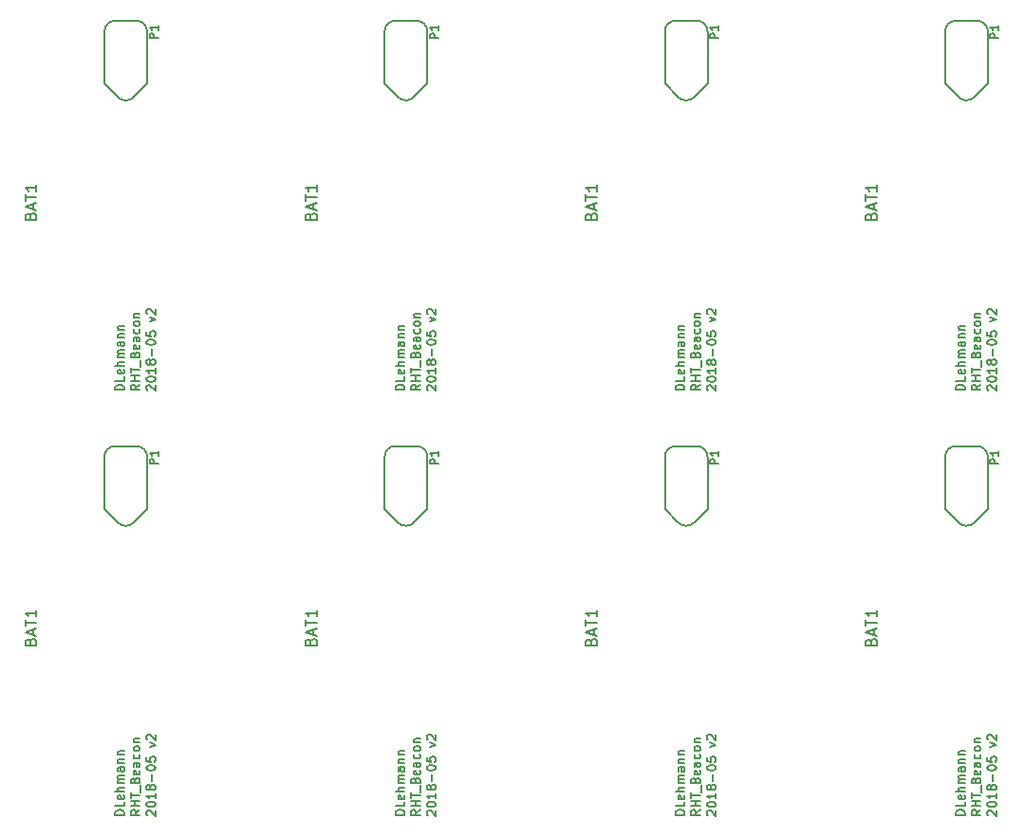
<source format=gto>
%MOIN*%
%OFA0B0*%
%FSLAX46Y46*%
%IPPOS*%
%LPD*%
%ADD10C,0.0039370078740157488*%
%ADD11C,0.0078740157480314977*%
%ADD12C,0.005*%
%ADD13C,0.005905511811023622*%
%ADD24C,0.0039370078740157488*%
%ADD25C,0.0078740157480314977*%
%ADD26C,0.005*%
%ADD27C,0.005905511811023622*%
%ADD38C,0.0039370078740157488*%
%ADD39C,0.0078740157480314977*%
%ADD40C,0.005*%
%ADD41C,0.005905511811023622*%
%ADD52C,0.0039370078740157488*%
%ADD53C,0.0078740157480314977*%
%ADD54C,0.005*%
%ADD55C,0.005905511811023622*%
%ADD66C,0.0039370078740157488*%
%ADD67C,0.0078740157480314977*%
%ADD68C,0.005*%
%ADD69C,0.005905511811023622*%
%ADD80C,0.0039370078740157488*%
%ADD81C,0.0078740157480314977*%
%ADD82C,0.005*%
%ADD83C,0.005905511811023622*%
%ADD94C,0.0039370078740157488*%
%ADD95C,0.0078740157480314977*%
%ADD96C,0.005*%
%ADD97C,0.005905511811023622*%
%ADD108C,0.0039370078740157488*%
%ADD109C,0.0078740157480314977*%
%ADD110C,0.005*%
%ADD111C,0.005905511811023622*%
%LPD*%
G01*
D10*
D11*
X0000814602Y0000157459D02*
X0000783106Y0000157459D01*
X0000783106Y0000164958D01*
X0000784606Y0000169458D01*
X0000787605Y0000172457D01*
X0000790605Y0000173957D01*
X0000796604Y0000175457D01*
X0000801103Y0000175457D01*
X0000807103Y0000173957D01*
X0000810103Y0000172457D01*
X0000813102Y0000169458D01*
X0000814602Y0000164958D01*
X0000814602Y0000157459D01*
X0000814602Y0000203953D02*
X0000814602Y0000188955D01*
X0000783106Y0000188955D01*
X0000813102Y0000226451D02*
X0000814602Y0000223451D01*
X0000814602Y0000217452D01*
X0000813102Y0000214452D01*
X0000810103Y0000212952D01*
X0000798103Y0000212952D01*
X0000795105Y0000214452D01*
X0000793605Y0000217452D01*
X0000793605Y0000223451D01*
X0000795105Y0000226451D01*
X0000798103Y0000227950D01*
X0000801103Y0000227950D01*
X0000804103Y0000212952D01*
X0000814602Y0000241448D02*
X0000783106Y0000241448D01*
X0000814602Y0000254946D02*
X0000798103Y0000254946D01*
X0000795105Y0000253446D01*
X0000793605Y0000250448D01*
X0000793605Y0000245948D01*
X0000795105Y0000242948D01*
X0000796604Y0000241448D01*
X0000814602Y0000269945D02*
X0000793605Y0000269945D01*
X0000796604Y0000269945D02*
X0000795105Y0000271445D01*
X0000793605Y0000274445D01*
X0000793605Y0000278944D01*
X0000795105Y0000281944D01*
X0000798103Y0000283443D01*
X0000814602Y0000283443D01*
X0000798103Y0000283443D02*
X0000795105Y0000284943D01*
X0000793605Y0000287943D01*
X0000793605Y0000292442D01*
X0000795105Y0000295442D01*
X0000798103Y0000296942D01*
X0000814602Y0000296942D01*
X0000814602Y0000325438D02*
X0000798103Y0000325438D01*
X0000795105Y0000323938D01*
X0000793605Y0000320939D01*
X0000793605Y0000314940D01*
X0000795105Y0000311940D01*
X0000813102Y0000325438D02*
X0000814602Y0000322439D01*
X0000814602Y0000314940D01*
X0000813102Y0000311940D01*
X0000810103Y0000310440D01*
X0000807103Y0000310440D01*
X0000804103Y0000311940D01*
X0000802604Y0000314940D01*
X0000802604Y0000322439D01*
X0000801103Y0000325438D01*
X0000793605Y0000340436D02*
X0000814602Y0000340436D01*
X0000796604Y0000340436D02*
X0000795105Y0000341936D01*
X0000793605Y0000344936D01*
X0000793605Y0000349435D01*
X0000795105Y0000352435D01*
X0000798103Y0000353935D01*
X0000814602Y0000353935D01*
X0000793605Y0000368933D02*
X0000814602Y0000368933D01*
X0000796604Y0000368933D02*
X0000795105Y0000370433D01*
X0000793605Y0000373432D01*
X0000793605Y0000377932D01*
X0000795105Y0000380931D01*
X0000798103Y0000382431D01*
X0000814602Y0000382431D01*
X0000869720Y0000175457D02*
X0000854722Y0000164958D01*
X0000869720Y0000157459D02*
X0000838223Y0000157459D01*
X0000838223Y0000169458D01*
X0000839724Y0000172457D01*
X0000841223Y0000173957D01*
X0000844223Y0000175457D01*
X0000848723Y0000175457D01*
X0000851722Y0000173957D01*
X0000853222Y0000172457D01*
X0000854722Y0000169458D01*
X0000854722Y0000157459D01*
X0000869720Y0000188955D02*
X0000838223Y0000188955D01*
X0000853222Y0000188955D02*
X0000853222Y0000206953D01*
X0000869720Y0000206953D02*
X0000838223Y0000206953D01*
X0000838223Y0000217452D02*
X0000838223Y0000235448D01*
X0000869720Y0000226451D02*
X0000838223Y0000226451D01*
X0000872720Y0000238448D02*
X0000872720Y0000262446D01*
X0000853222Y0000280444D02*
X0000854722Y0000284943D01*
X0000856222Y0000286443D01*
X0000859221Y0000287943D01*
X0000863721Y0000287943D01*
X0000866720Y0000286443D01*
X0000868220Y0000284943D01*
X0000869720Y0000281944D01*
X0000869720Y0000269945D01*
X0000838223Y0000269945D01*
X0000838223Y0000280444D01*
X0000839724Y0000283443D01*
X0000841223Y0000284943D01*
X0000844223Y0000286443D01*
X0000847223Y0000286443D01*
X0000850223Y0000284943D01*
X0000851722Y0000283443D01*
X0000853222Y0000280444D01*
X0000853222Y0000269945D01*
X0000868220Y0000313440D02*
X0000869720Y0000310440D01*
X0000869720Y0000304441D01*
X0000868220Y0000301441D01*
X0000865221Y0000299941D01*
X0000853222Y0000299941D01*
X0000850223Y0000301441D01*
X0000848723Y0000304441D01*
X0000848723Y0000310440D01*
X0000850223Y0000313440D01*
X0000853222Y0000314940D01*
X0000856222Y0000314940D01*
X0000859221Y0000299941D01*
X0000869720Y0000341936D02*
X0000853222Y0000341936D01*
X0000850223Y0000340436D01*
X0000848723Y0000337437D01*
X0000848723Y0000331437D01*
X0000850223Y0000328438D01*
X0000868220Y0000341936D02*
X0000869720Y0000338936D01*
X0000869720Y0000331437D01*
X0000868220Y0000328438D01*
X0000865221Y0000326938D01*
X0000862221Y0000326938D01*
X0000859221Y0000328438D01*
X0000857722Y0000331437D01*
X0000857722Y0000338936D01*
X0000856222Y0000341936D01*
X0000868220Y0000370433D02*
X0000869720Y0000367433D01*
X0000869720Y0000361434D01*
X0000868220Y0000358434D01*
X0000866720Y0000356934D01*
X0000863721Y0000355434D01*
X0000854722Y0000355434D01*
X0000851722Y0000356934D01*
X0000850223Y0000358434D01*
X0000848723Y0000361434D01*
X0000848723Y0000367433D01*
X0000850223Y0000370433D01*
X0000869720Y0000388430D02*
X0000868220Y0000385431D01*
X0000866720Y0000383931D01*
X0000863721Y0000382431D01*
X0000854722Y0000382431D01*
X0000851722Y0000383931D01*
X0000850223Y0000385431D01*
X0000848723Y0000388430D01*
X0000848723Y0000392930D01*
X0000850223Y0000395929D01*
X0000851722Y0000397429D01*
X0000854722Y0000398929D01*
X0000863721Y0000398929D01*
X0000866720Y0000397429D01*
X0000868220Y0000395929D01*
X0000869720Y0000392930D01*
X0000869720Y0000388430D01*
X0000848723Y0000412427D02*
X0000869720Y0000412427D01*
X0000851722Y0000412427D02*
X0000850223Y0000413927D01*
X0000848723Y0000416927D01*
X0000848723Y0000421426D01*
X0000850223Y0000424426D01*
X0000853222Y0000425926D01*
X0000869720Y0000425926D01*
X0000896342Y0000155959D02*
X0000894841Y0000157459D01*
X0000893342Y0000160459D01*
X0000893342Y0000167958D01*
X0000894841Y0000170957D01*
X0000896342Y0000172457D01*
X0000899340Y0000173957D01*
X0000902340Y0000173957D01*
X0000906840Y0000172457D01*
X0000924838Y0000154460D01*
X0000924838Y0000173957D01*
X0000893342Y0000193455D02*
X0000893342Y0000196454D01*
X0000894841Y0000199454D01*
X0000896342Y0000200954D01*
X0000899340Y0000202454D01*
X0000905340Y0000203953D01*
X0000912840Y0000203953D01*
X0000918839Y0000202454D01*
X0000921839Y0000200954D01*
X0000923338Y0000199454D01*
X0000924838Y0000196454D01*
X0000924838Y0000193455D01*
X0000923338Y0000190455D01*
X0000921839Y0000188955D01*
X0000918839Y0000187455D01*
X0000912840Y0000185956D01*
X0000905340Y0000185956D01*
X0000899340Y0000187455D01*
X0000896342Y0000188955D01*
X0000894841Y0000190455D01*
X0000893342Y0000193455D01*
X0000924838Y0000233950D02*
X0000924838Y0000215952D01*
X0000924838Y0000224951D02*
X0000893342Y0000224951D01*
X0000897841Y0000221951D01*
X0000900841Y0000218952D01*
X0000902340Y0000215952D01*
X0000906840Y0000251946D02*
X0000905340Y0000248948D01*
X0000903841Y0000247448D01*
X0000900841Y0000245948D01*
X0000899340Y0000245948D01*
X0000896342Y0000247448D01*
X0000894841Y0000248948D01*
X0000893342Y0000251946D01*
X0000893342Y0000257946D01*
X0000894841Y0000260946D01*
X0000896342Y0000262446D01*
X0000899340Y0000263946D01*
X0000900841Y0000263946D01*
X0000903841Y0000262446D01*
X0000905340Y0000260946D01*
X0000906840Y0000257946D01*
X0000906840Y0000251946D01*
X0000908340Y0000248948D01*
X0000909840Y0000247448D01*
X0000912840Y0000245948D01*
X0000918839Y0000245948D01*
X0000921839Y0000247448D01*
X0000923338Y0000248948D01*
X0000924838Y0000251946D01*
X0000924838Y0000257946D01*
X0000923338Y0000260946D01*
X0000921839Y0000262446D01*
X0000918839Y0000263946D01*
X0000912840Y0000263946D01*
X0000909840Y0000262446D01*
X0000908340Y0000260946D01*
X0000906840Y0000257946D01*
X0000912840Y0000277444D02*
X0000912840Y0000301441D01*
X0000893342Y0000322439D02*
X0000893342Y0000325438D01*
X0000894841Y0000328438D01*
X0000896342Y0000329938D01*
X0000899340Y0000331437D01*
X0000905340Y0000332937D01*
X0000912840Y0000332937D01*
X0000918839Y0000331437D01*
X0000921839Y0000329938D01*
X0000923338Y0000328438D01*
X0000924838Y0000325438D01*
X0000924838Y0000322439D01*
X0000923338Y0000319439D01*
X0000921839Y0000317939D01*
X0000918839Y0000316438D01*
X0000912840Y0000314940D01*
X0000905340Y0000314940D01*
X0000899340Y0000316438D01*
X0000896342Y0000317939D01*
X0000894841Y0000319439D01*
X0000893342Y0000322439D01*
X0000893342Y0000361434D02*
X0000893342Y0000346436D01*
X0000908340Y0000344936D01*
X0000906840Y0000346436D01*
X0000905340Y0000349435D01*
X0000905340Y0000356934D01*
X0000906840Y0000359934D01*
X0000908340Y0000361434D01*
X0000911340Y0000362934D01*
X0000918839Y0000362934D01*
X0000921839Y0000361434D01*
X0000923338Y0000359934D01*
X0000924838Y0000356934D01*
X0000924838Y0000349435D01*
X0000923338Y0000346436D01*
X0000921839Y0000344936D01*
X0000903841Y0000397429D02*
X0000924838Y0000404927D01*
X0000903841Y0000412427D01*
X0000896342Y0000422926D02*
X0000894841Y0000424426D01*
X0000893342Y0000427426D01*
X0000893342Y0000434924D01*
X0000894841Y0000437924D01*
X0000896342Y0000439424D01*
X0000899340Y0000440924D01*
X0000902340Y0000440924D01*
X0000906840Y0000439424D01*
X0000924838Y0000421426D01*
X0000924838Y0000440924D01*
D12*
X0000895472Y0001417459D02*
X0000895472Y0001232960D01*
X0000745472Y0001417459D02*
X0000745472Y0001232960D01*
X0000848972Y0001186460D02*
X0000895472Y0001232960D01*
X0000791972Y0001186460D02*
X0000745472Y0001232960D01*
X0000791972Y0001186460D02*
G75*
G03X0000848972Y0001186460I0000028500J0000028500D01*
G01*
X0000782972Y0001454960D02*
X0000857972Y0001454960D01*
X0000895472Y0001417459D02*
G75*
G03X0000857972Y0001454960I-0000037500D01*
G01*
X0000782972Y0001454960D02*
G75*
G03X0000745472Y0001417459J-0000037500D01*
G01*
D13*
X0000486164Y0000767902D02*
X0000488038Y0000773526D01*
X0000489913Y0000775401D01*
X0000493663Y0000777275D01*
X0000499287Y0000777275D01*
X0000503036Y0000775401D01*
X0000504911Y0000773526D01*
X0000506785Y0000769776D01*
X0000506785Y0000754777D01*
X0000467416Y0000754777D01*
X0000467416Y0000767902D01*
X0000469290Y0000771651D01*
X0000471166Y0000773526D01*
X0000474915Y0000775401D01*
X0000478665Y0000775401D01*
X0000482413Y0000773526D01*
X0000484289Y0000771651D01*
X0000486164Y0000767902D01*
X0000486164Y0000754777D01*
X0000495538Y0000792274D02*
X0000495538Y0000811021D01*
X0000506785Y0000788524D02*
X0000467416Y0000801647D01*
X0000506785Y0000814770D01*
X0000467416Y0000822269D02*
X0000467416Y0000844767D01*
X0000506785Y0000833518D02*
X0000467416Y0000833518D01*
X0000506785Y0000878513D02*
X0000506785Y0000856016D01*
X0000506785Y0000867264D02*
X0000467416Y0000867264D01*
X0000473040Y0000863515D01*
X0000476790Y0000859764D01*
X0000478665Y0000856016D01*
D12*
X0000933953Y0001392965D02*
X0000904153Y0001392965D01*
X0000904153Y0001404317D01*
X0000905572Y0001407153D01*
X0000906991Y0001408574D01*
X0000909829Y0001409993D01*
X0000914085Y0001409993D01*
X0000916924Y0001408574D01*
X0000918342Y0001407153D01*
X0000919762Y0001404317D01*
X0000919762Y0001392965D01*
X0000933953Y0001438373D02*
X0000933953Y0001421346D01*
X0000933953Y0001429859D02*
X0000904153Y0001429859D01*
X0000908410Y0001427022D01*
X0000911247Y0001424182D01*
X0000912667Y0001421346D01*
G01*
D24*
D25*
X0001798852Y0000157459D02*
X0001767357Y0000157459D01*
X0001767357Y0000164958D01*
X0001768858Y0000169458D01*
X0001771857Y0000172457D01*
X0001774857Y0000173957D01*
X0001780856Y0000175457D01*
X0001785356Y0000175457D01*
X0001791355Y0000173957D01*
X0001794355Y0000172457D01*
X0001797354Y0000169458D01*
X0001798852Y0000164958D01*
X0001798852Y0000157459D01*
X0001798852Y0000203953D02*
X0001798852Y0000188955D01*
X0001767357Y0000188955D01*
X0001797354Y0000226451D02*
X0001798852Y0000223451D01*
X0001798852Y0000217452D01*
X0001797354Y0000214452D01*
X0001794355Y0000212952D01*
X0001782356Y0000212952D01*
X0001779356Y0000214452D01*
X0001777857Y0000217452D01*
X0001777857Y0000223451D01*
X0001779356Y0000226451D01*
X0001782356Y0000227950D01*
X0001785356Y0000227950D01*
X0001788355Y0000212952D01*
X0001798852Y0000241448D02*
X0001767357Y0000241448D01*
X0001798852Y0000254946D02*
X0001782356Y0000254946D01*
X0001779356Y0000253446D01*
X0001777857Y0000250448D01*
X0001777857Y0000245948D01*
X0001779356Y0000242948D01*
X0001780856Y0000241448D01*
X0001798852Y0000269945D02*
X0001777857Y0000269945D01*
X0001780856Y0000269945D02*
X0001779356Y0000271445D01*
X0001777857Y0000274445D01*
X0001777857Y0000278944D01*
X0001779356Y0000281944D01*
X0001782356Y0000283443D01*
X0001798852Y0000283443D01*
X0001782356Y0000283443D02*
X0001779356Y0000284943D01*
X0001777857Y0000287943D01*
X0001777857Y0000292442D01*
X0001779356Y0000295442D01*
X0001782356Y0000296942D01*
X0001798852Y0000296942D01*
X0001798852Y0000325438D02*
X0001782356Y0000325438D01*
X0001779356Y0000323938D01*
X0001777857Y0000320939D01*
X0001777857Y0000314940D01*
X0001779356Y0000311940D01*
X0001797354Y0000325438D02*
X0001798852Y0000322439D01*
X0001798852Y0000314940D01*
X0001797354Y0000311940D01*
X0001794355Y0000310440D01*
X0001791355Y0000310440D01*
X0001788355Y0000311940D01*
X0001786856Y0000314940D01*
X0001786856Y0000322439D01*
X0001785356Y0000325438D01*
X0001777857Y0000340436D02*
X0001798852Y0000340436D01*
X0001780856Y0000340436D02*
X0001779356Y0000341936D01*
X0001777857Y0000344936D01*
X0001777857Y0000349435D01*
X0001779356Y0000352435D01*
X0001782356Y0000353935D01*
X0001798852Y0000353935D01*
X0001777857Y0000368933D02*
X0001798852Y0000368933D01*
X0001780856Y0000368933D02*
X0001779356Y0000370433D01*
X0001777857Y0000373432D01*
X0001777857Y0000377932D01*
X0001779356Y0000380931D01*
X0001782356Y0000382431D01*
X0001798852Y0000382431D01*
X0001853972Y0000175457D02*
X0001838974Y0000164958D01*
X0001853972Y0000157459D02*
X0001822476Y0000157459D01*
X0001822476Y0000169458D01*
X0001823975Y0000172457D01*
X0001825476Y0000173957D01*
X0001828475Y0000175457D01*
X0001832975Y0000175457D01*
X0001835974Y0000173957D01*
X0001837474Y0000172457D01*
X0001838974Y0000169458D01*
X0001838974Y0000157459D01*
X0001853972Y0000188955D02*
X0001822476Y0000188955D01*
X0001837474Y0000188955D02*
X0001837474Y0000206953D01*
X0001853972Y0000206953D02*
X0001822476Y0000206953D01*
X0001822476Y0000217452D02*
X0001822476Y0000235448D01*
X0001853972Y0000226451D02*
X0001822476Y0000226451D01*
X0001856972Y0000238448D02*
X0001856972Y0000262446D01*
X0001837474Y0000280444D02*
X0001838974Y0000284943D01*
X0001840474Y0000286443D01*
X0001843473Y0000287943D01*
X0001847973Y0000287943D01*
X0001850972Y0000286443D01*
X0001852472Y0000284943D01*
X0001853972Y0000281944D01*
X0001853972Y0000269945D01*
X0001822476Y0000269945D01*
X0001822476Y0000280444D01*
X0001823975Y0000283443D01*
X0001825476Y0000284943D01*
X0001828475Y0000286443D01*
X0001831475Y0000286443D01*
X0001834475Y0000284943D01*
X0001835974Y0000283443D01*
X0001837474Y0000280444D01*
X0001837474Y0000269945D01*
X0001852472Y0000313440D02*
X0001853972Y0000310440D01*
X0001853972Y0000304441D01*
X0001852472Y0000301441D01*
X0001849473Y0000299941D01*
X0001837474Y0000299941D01*
X0001834475Y0000301441D01*
X0001832975Y0000304441D01*
X0001832975Y0000310440D01*
X0001834475Y0000313440D01*
X0001837474Y0000314940D01*
X0001840474Y0000314940D01*
X0001843473Y0000299941D01*
X0001853972Y0000341936D02*
X0001837474Y0000341936D01*
X0001834475Y0000340436D01*
X0001832975Y0000337437D01*
X0001832975Y0000331437D01*
X0001834475Y0000328438D01*
X0001852472Y0000341936D02*
X0001853972Y0000338936D01*
X0001853972Y0000331437D01*
X0001852472Y0000328438D01*
X0001849473Y0000326938D01*
X0001846473Y0000326938D01*
X0001843473Y0000328438D01*
X0001841974Y0000331437D01*
X0001841974Y0000338936D01*
X0001840474Y0000341936D01*
X0001852472Y0000370433D02*
X0001853972Y0000367433D01*
X0001853972Y0000361434D01*
X0001852472Y0000358434D01*
X0001850972Y0000356934D01*
X0001847973Y0000355434D01*
X0001838974Y0000355434D01*
X0001835974Y0000356934D01*
X0001834475Y0000358434D01*
X0001832975Y0000361434D01*
X0001832975Y0000367433D01*
X0001834475Y0000370433D01*
X0001853972Y0000388430D02*
X0001852472Y0000385431D01*
X0001850972Y0000383931D01*
X0001847973Y0000382431D01*
X0001838974Y0000382431D01*
X0001835974Y0000383931D01*
X0001834475Y0000385431D01*
X0001832975Y0000388430D01*
X0001832975Y0000392930D01*
X0001834475Y0000395929D01*
X0001835974Y0000397429D01*
X0001838974Y0000398929D01*
X0001847973Y0000398929D01*
X0001850972Y0000397429D01*
X0001852472Y0000395929D01*
X0001853972Y0000392930D01*
X0001853972Y0000388430D01*
X0001832975Y0000412427D02*
X0001853972Y0000412427D01*
X0001835974Y0000412427D02*
X0001834475Y0000413927D01*
X0001832975Y0000416927D01*
X0001832975Y0000421426D01*
X0001834475Y0000424426D01*
X0001837474Y0000425926D01*
X0001853972Y0000425926D01*
X0001880593Y0000155959D02*
X0001879094Y0000157459D01*
X0001877594Y0000160459D01*
X0001877594Y0000167958D01*
X0001879094Y0000170957D01*
X0001880593Y0000172457D01*
X0001883593Y0000173957D01*
X0001886593Y0000173957D01*
X0001891092Y0000172457D01*
X0001909090Y0000154460D01*
X0001909090Y0000173957D01*
X0001877594Y0000193455D02*
X0001877594Y0000196454D01*
X0001879094Y0000199454D01*
X0001880593Y0000200954D01*
X0001883593Y0000202454D01*
X0001889593Y0000203953D01*
X0001897092Y0000203953D01*
X0001903091Y0000202454D01*
X0001906091Y0000200954D01*
X0001907590Y0000199454D01*
X0001909090Y0000196454D01*
X0001909090Y0000193455D01*
X0001907590Y0000190455D01*
X0001906091Y0000188955D01*
X0001903091Y0000187455D01*
X0001897092Y0000185956D01*
X0001889593Y0000185956D01*
X0001883593Y0000187455D01*
X0001880593Y0000188955D01*
X0001879094Y0000190455D01*
X0001877594Y0000193455D01*
X0001909090Y0000233950D02*
X0001909090Y0000215952D01*
X0001909090Y0000224951D02*
X0001877594Y0000224951D01*
X0001882094Y0000221951D01*
X0001885093Y0000218952D01*
X0001886593Y0000215952D01*
X0001891092Y0000251946D02*
X0001889593Y0000248948D01*
X0001888093Y0000247448D01*
X0001885093Y0000245948D01*
X0001883593Y0000245948D01*
X0001880593Y0000247448D01*
X0001879094Y0000248948D01*
X0001877594Y0000251946D01*
X0001877594Y0000257946D01*
X0001879094Y0000260946D01*
X0001880593Y0000262446D01*
X0001883593Y0000263946D01*
X0001885093Y0000263946D01*
X0001888093Y0000262446D01*
X0001889593Y0000260946D01*
X0001891092Y0000257946D01*
X0001891092Y0000251946D01*
X0001892592Y0000248948D01*
X0001894092Y0000247448D01*
X0001897092Y0000245948D01*
X0001903091Y0000245948D01*
X0001906091Y0000247448D01*
X0001907590Y0000248948D01*
X0001909090Y0000251946D01*
X0001909090Y0000257946D01*
X0001907590Y0000260946D01*
X0001906091Y0000262446D01*
X0001903091Y0000263946D01*
X0001897092Y0000263946D01*
X0001894092Y0000262446D01*
X0001892592Y0000260946D01*
X0001891092Y0000257946D01*
X0001897092Y0000277444D02*
X0001897092Y0000301441D01*
X0001877594Y0000322439D02*
X0001877594Y0000325438D01*
X0001879094Y0000328438D01*
X0001880593Y0000329938D01*
X0001883593Y0000331437D01*
X0001889593Y0000332937D01*
X0001897092Y0000332937D01*
X0001903091Y0000331437D01*
X0001906091Y0000329938D01*
X0001907590Y0000328438D01*
X0001909090Y0000325438D01*
X0001909090Y0000322439D01*
X0001907590Y0000319439D01*
X0001906091Y0000317939D01*
X0001903091Y0000316438D01*
X0001897092Y0000314940D01*
X0001889593Y0000314940D01*
X0001883593Y0000316438D01*
X0001880593Y0000317939D01*
X0001879094Y0000319439D01*
X0001877594Y0000322439D01*
X0001877594Y0000361434D02*
X0001877594Y0000346436D01*
X0001892592Y0000344936D01*
X0001891092Y0000346436D01*
X0001889593Y0000349435D01*
X0001889593Y0000356934D01*
X0001891092Y0000359934D01*
X0001892592Y0000361434D01*
X0001895591Y0000362934D01*
X0001903091Y0000362934D01*
X0001906091Y0000361434D01*
X0001907590Y0000359934D01*
X0001909090Y0000356934D01*
X0001909090Y0000349435D01*
X0001907590Y0000346436D01*
X0001906091Y0000344936D01*
X0001888093Y0000397429D02*
X0001909090Y0000404927D01*
X0001888093Y0000412427D01*
X0001880593Y0000422926D02*
X0001879094Y0000424426D01*
X0001877594Y0000427426D01*
X0001877594Y0000434924D01*
X0001879094Y0000437924D01*
X0001880593Y0000439424D01*
X0001883593Y0000440924D01*
X0001886593Y0000440924D01*
X0001891092Y0000439424D01*
X0001909090Y0000421426D01*
X0001909090Y0000440924D01*
D26*
X0001879724Y0001417459D02*
X0001879724Y0001232960D01*
X0001729724Y0001417459D02*
X0001729724Y0001232960D01*
X0001833224Y0001186460D02*
X0001879724Y0001232960D01*
X0001776223Y0001186460D02*
X0001729724Y0001232960D01*
X0001776223Y0001186460D02*
G75*
G03X0001833224Y0001186460I0000028500J0000028500D01*
G01*
X0001767224Y0001454960D02*
X0001842223Y0001454960D01*
X0001879724Y0001417459D02*
G75*
G03X0001842223Y0001454960I-0000037500D01*
G01*
X0001767224Y0001454960D02*
G75*
G03X0001729724Y0001417459J-0000037500D01*
G01*
D27*
X0001470416Y0000767902D02*
X0001472290Y0000773526D01*
X0001474165Y0000775401D01*
X0001477915Y0000777275D01*
X0001483539Y0000777275D01*
X0001487289Y0000775401D01*
X0001489163Y0000773526D01*
X0001491038Y0000769776D01*
X0001491038Y0000754777D01*
X0001451668Y0000754777D01*
X0001451668Y0000767902D01*
X0001453542Y0000771651D01*
X0001455418Y0000773526D01*
X0001459167Y0000775401D01*
X0001462917Y0000775401D01*
X0001466665Y0000773526D01*
X0001468541Y0000771651D01*
X0001470416Y0000767902D01*
X0001470416Y0000754777D01*
X0001479790Y0000792274D02*
X0001479790Y0000811021D01*
X0001491038Y0000788524D02*
X0001451668Y0000801647D01*
X0001491038Y0000814770D01*
X0001451668Y0000822269D02*
X0001451668Y0000844767D01*
X0001491038Y0000833518D02*
X0001451668Y0000833518D01*
X0001491038Y0000878513D02*
X0001491038Y0000856016D01*
X0001491038Y0000867264D02*
X0001451668Y0000867264D01*
X0001457292Y0000863515D01*
X0001461042Y0000859764D01*
X0001462917Y0000856016D01*
D26*
X0001918205Y0001392965D02*
X0001888405Y0001392965D01*
X0001888405Y0001404317D01*
X0001889824Y0001407153D01*
X0001891243Y0001408574D01*
X0001894081Y0001409993D01*
X0001898338Y0001409993D01*
X0001901176Y0001408574D01*
X0001902595Y0001407153D01*
X0001904014Y0001404317D01*
X0001904014Y0001392965D01*
X0001918205Y0001438373D02*
X0001918205Y0001421346D01*
X0001918205Y0001429859D02*
X0001888405Y0001429859D01*
X0001892662Y0001427022D01*
X0001895500Y0001424182D01*
X0001896919Y0001421346D01*
G01*
D38*
D39*
X0002783106Y0000157459D02*
X0002751610Y0000157459D01*
X0002751610Y0000164958D01*
X0002753109Y0000169458D01*
X0002756109Y0000172457D01*
X0002759108Y0000173957D01*
X0002765107Y0000175457D01*
X0002769608Y0000175457D01*
X0002775607Y0000173957D01*
X0002778607Y0000172457D01*
X0002781606Y0000169458D01*
X0002783106Y0000164958D01*
X0002783106Y0000157459D01*
X0002783106Y0000203953D02*
X0002783106Y0000188955D01*
X0002751610Y0000188955D01*
X0002781606Y0000226451D02*
X0002783106Y0000223451D01*
X0002783106Y0000217452D01*
X0002781606Y0000214452D01*
X0002778607Y0000212952D01*
X0002766608Y0000212952D01*
X0002763608Y0000214452D01*
X0002762109Y0000217452D01*
X0002762109Y0000223451D01*
X0002763608Y0000226451D01*
X0002766608Y0000227950D01*
X0002769608Y0000227950D01*
X0002772607Y0000212952D01*
X0002783106Y0000241448D02*
X0002751610Y0000241448D01*
X0002783106Y0000254946D02*
X0002766608Y0000254946D01*
X0002763608Y0000253446D01*
X0002762109Y0000250448D01*
X0002762109Y0000245948D01*
X0002763608Y0000242948D01*
X0002765107Y0000241448D01*
X0002783106Y0000269945D02*
X0002762109Y0000269945D01*
X0002765107Y0000269945D02*
X0002763608Y0000271445D01*
X0002762109Y0000274445D01*
X0002762109Y0000278944D01*
X0002763608Y0000281944D01*
X0002766608Y0000283443D01*
X0002783106Y0000283443D01*
X0002766608Y0000283443D02*
X0002763608Y0000284943D01*
X0002762109Y0000287943D01*
X0002762109Y0000292442D01*
X0002763608Y0000295442D01*
X0002766608Y0000296942D01*
X0002783106Y0000296942D01*
X0002783106Y0000325438D02*
X0002766608Y0000325438D01*
X0002763608Y0000323938D01*
X0002762109Y0000320939D01*
X0002762109Y0000314940D01*
X0002763608Y0000311940D01*
X0002781606Y0000325438D02*
X0002783106Y0000322439D01*
X0002783106Y0000314940D01*
X0002781606Y0000311940D01*
X0002778607Y0000310440D01*
X0002775607Y0000310440D01*
X0002772607Y0000311940D01*
X0002771107Y0000314940D01*
X0002771107Y0000322439D01*
X0002769608Y0000325438D01*
X0002762109Y0000340436D02*
X0002783106Y0000340436D01*
X0002765107Y0000340436D02*
X0002763608Y0000341936D01*
X0002762109Y0000344936D01*
X0002762109Y0000349435D01*
X0002763608Y0000352435D01*
X0002766608Y0000353935D01*
X0002783106Y0000353935D01*
X0002762109Y0000368933D02*
X0002783106Y0000368933D01*
X0002765107Y0000368933D02*
X0002763608Y0000370433D01*
X0002762109Y0000373432D01*
X0002762109Y0000377932D01*
X0002763608Y0000380931D01*
X0002766608Y0000382431D01*
X0002783106Y0000382431D01*
X0002838224Y0000175457D02*
X0002823226Y0000164958D01*
X0002838224Y0000157459D02*
X0002806728Y0000157459D01*
X0002806728Y0000169458D01*
X0002808228Y0000172457D01*
X0002809728Y0000173957D01*
X0002812727Y0000175457D01*
X0002817227Y0000175457D01*
X0002820226Y0000173957D01*
X0002821726Y0000172457D01*
X0002823226Y0000169458D01*
X0002823226Y0000157459D01*
X0002838224Y0000188955D02*
X0002806728Y0000188955D01*
X0002821726Y0000188955D02*
X0002821726Y0000206953D01*
X0002838224Y0000206953D02*
X0002806728Y0000206953D01*
X0002806728Y0000217452D02*
X0002806728Y0000235448D01*
X0002838224Y0000226451D02*
X0002806728Y0000226451D01*
X0002841224Y0000238448D02*
X0002841224Y0000262446D01*
X0002821726Y0000280444D02*
X0002823226Y0000284943D01*
X0002824726Y0000286443D01*
X0002827725Y0000287943D01*
X0002832225Y0000287943D01*
X0002835224Y0000286443D01*
X0002836724Y0000284943D01*
X0002838224Y0000281944D01*
X0002838224Y0000269945D01*
X0002806728Y0000269945D01*
X0002806728Y0000280444D01*
X0002808228Y0000283443D01*
X0002809728Y0000284943D01*
X0002812727Y0000286443D01*
X0002815727Y0000286443D01*
X0002818727Y0000284943D01*
X0002820226Y0000283443D01*
X0002821726Y0000280444D01*
X0002821726Y0000269945D01*
X0002836724Y0000313440D02*
X0002838224Y0000310440D01*
X0002838224Y0000304441D01*
X0002836724Y0000301441D01*
X0002833725Y0000299941D01*
X0002821726Y0000299941D01*
X0002818727Y0000301441D01*
X0002817227Y0000304441D01*
X0002817227Y0000310440D01*
X0002818727Y0000313440D01*
X0002821726Y0000314940D01*
X0002824726Y0000314940D01*
X0002827725Y0000299941D01*
X0002838224Y0000341936D02*
X0002821726Y0000341936D01*
X0002818727Y0000340436D01*
X0002817227Y0000337437D01*
X0002817227Y0000331437D01*
X0002818727Y0000328438D01*
X0002836724Y0000341936D02*
X0002838224Y0000338936D01*
X0002838224Y0000331437D01*
X0002836724Y0000328438D01*
X0002833725Y0000326938D01*
X0002830725Y0000326938D01*
X0002827725Y0000328438D01*
X0002826226Y0000331437D01*
X0002826226Y0000338936D01*
X0002824726Y0000341936D01*
X0002836724Y0000370433D02*
X0002838224Y0000367433D01*
X0002838224Y0000361434D01*
X0002836724Y0000358434D01*
X0002835224Y0000356934D01*
X0002832225Y0000355434D01*
X0002823226Y0000355434D01*
X0002820226Y0000356934D01*
X0002818727Y0000358434D01*
X0002817227Y0000361434D01*
X0002817227Y0000367433D01*
X0002818727Y0000370433D01*
X0002838224Y0000388430D02*
X0002836724Y0000385431D01*
X0002835224Y0000383931D01*
X0002832225Y0000382431D01*
X0002823226Y0000382431D01*
X0002820226Y0000383931D01*
X0002818727Y0000385431D01*
X0002817227Y0000388430D01*
X0002817227Y0000392930D01*
X0002818727Y0000395929D01*
X0002820226Y0000397429D01*
X0002823226Y0000398929D01*
X0002832225Y0000398929D01*
X0002835224Y0000397429D01*
X0002836724Y0000395929D01*
X0002838224Y0000392930D01*
X0002838224Y0000388430D01*
X0002817227Y0000412427D02*
X0002838224Y0000412427D01*
X0002820226Y0000412427D02*
X0002818727Y0000413927D01*
X0002817227Y0000416927D01*
X0002817227Y0000421426D01*
X0002818727Y0000424426D01*
X0002821726Y0000425926D01*
X0002838224Y0000425926D01*
X0002864846Y0000155959D02*
X0002863346Y0000157459D01*
X0002861846Y0000160459D01*
X0002861846Y0000167958D01*
X0002863346Y0000170957D01*
X0002864846Y0000172457D01*
X0002867845Y0000173957D01*
X0002870845Y0000173957D01*
X0002875344Y0000172457D01*
X0002893342Y0000154460D01*
X0002893342Y0000173957D01*
X0002861846Y0000193455D02*
X0002861846Y0000196454D01*
X0002863346Y0000199454D01*
X0002864846Y0000200954D01*
X0002867845Y0000202454D01*
X0002873845Y0000203953D01*
X0002881344Y0000203953D01*
X0002887343Y0000202454D01*
X0002890343Y0000200954D01*
X0002891842Y0000199454D01*
X0002893342Y0000196454D01*
X0002893342Y0000193455D01*
X0002891842Y0000190455D01*
X0002890343Y0000188955D01*
X0002887343Y0000187455D01*
X0002881344Y0000185956D01*
X0002873845Y0000185956D01*
X0002867845Y0000187455D01*
X0002864846Y0000188955D01*
X0002863346Y0000190455D01*
X0002861846Y0000193455D01*
X0002893342Y0000233950D02*
X0002893342Y0000215952D01*
X0002893342Y0000224951D02*
X0002861846Y0000224951D01*
X0002866345Y0000221951D01*
X0002869345Y0000218952D01*
X0002870845Y0000215952D01*
X0002875344Y0000251946D02*
X0002873845Y0000248948D01*
X0002872344Y0000247448D01*
X0002869345Y0000245948D01*
X0002867845Y0000245948D01*
X0002864846Y0000247448D01*
X0002863346Y0000248948D01*
X0002861846Y0000251946D01*
X0002861846Y0000257946D01*
X0002863346Y0000260946D01*
X0002864846Y0000262446D01*
X0002867845Y0000263946D01*
X0002869345Y0000263946D01*
X0002872344Y0000262446D01*
X0002873845Y0000260946D01*
X0002875344Y0000257946D01*
X0002875344Y0000251946D01*
X0002876844Y0000248948D01*
X0002878344Y0000247448D01*
X0002881344Y0000245948D01*
X0002887343Y0000245948D01*
X0002890343Y0000247448D01*
X0002891842Y0000248948D01*
X0002893342Y0000251946D01*
X0002893342Y0000257946D01*
X0002891842Y0000260946D01*
X0002890343Y0000262446D01*
X0002887343Y0000263946D01*
X0002881344Y0000263946D01*
X0002878344Y0000262446D01*
X0002876844Y0000260946D01*
X0002875344Y0000257946D01*
X0002881344Y0000277444D02*
X0002881344Y0000301441D01*
X0002861846Y0000322439D02*
X0002861846Y0000325438D01*
X0002863346Y0000328438D01*
X0002864846Y0000329938D01*
X0002867845Y0000331437D01*
X0002873845Y0000332937D01*
X0002881344Y0000332937D01*
X0002887343Y0000331437D01*
X0002890343Y0000329938D01*
X0002891842Y0000328438D01*
X0002893342Y0000325438D01*
X0002893342Y0000322439D01*
X0002891842Y0000319439D01*
X0002890343Y0000317939D01*
X0002887343Y0000316438D01*
X0002881344Y0000314940D01*
X0002873845Y0000314940D01*
X0002867845Y0000316438D01*
X0002864846Y0000317939D01*
X0002863346Y0000319439D01*
X0002861846Y0000322439D01*
X0002861846Y0000361434D02*
X0002861846Y0000346436D01*
X0002876844Y0000344936D01*
X0002875344Y0000346436D01*
X0002873845Y0000349435D01*
X0002873845Y0000356934D01*
X0002875344Y0000359934D01*
X0002876844Y0000361434D01*
X0002879844Y0000362934D01*
X0002887343Y0000362934D01*
X0002890343Y0000361434D01*
X0002891842Y0000359934D01*
X0002893342Y0000356934D01*
X0002893342Y0000349435D01*
X0002891842Y0000346436D01*
X0002890343Y0000344936D01*
X0002872344Y0000397429D02*
X0002893342Y0000404927D01*
X0002872344Y0000412427D01*
X0002864846Y0000422926D02*
X0002863346Y0000424426D01*
X0002861846Y0000427426D01*
X0002861846Y0000434924D01*
X0002863346Y0000437924D01*
X0002864846Y0000439424D01*
X0002867845Y0000440924D01*
X0002870845Y0000440924D01*
X0002875344Y0000439424D01*
X0002893342Y0000421426D01*
X0002893342Y0000440924D01*
D40*
X0002863975Y0001417459D02*
X0002863975Y0001232960D01*
X0002713976Y0001417459D02*
X0002713976Y0001232960D01*
X0002817476Y0001186460D02*
X0002863975Y0001232960D01*
X0002760476Y0001186460D02*
X0002713976Y0001232960D01*
X0002760476Y0001186460D02*
G75*
G03X0002817476Y0001186460I0000028500J0000028500D01*
G01*
X0002751476Y0001454960D02*
X0002826476Y0001454960D01*
X0002863975Y0001417459D02*
G75*
G03X0002826476Y0001454960I-0000037500D01*
G01*
X0002751476Y0001454960D02*
G75*
G03X0002713976Y0001417459J-0000037500D01*
G01*
D41*
X0002454668Y0000767902D02*
X0002456542Y0000773526D01*
X0002458417Y0000775401D01*
X0002462167Y0000777275D01*
X0002467791Y0000777275D01*
X0002471541Y0000775401D01*
X0002473415Y0000773526D01*
X0002475290Y0000769776D01*
X0002475290Y0000754777D01*
X0002435920Y0000754777D01*
X0002435920Y0000767902D01*
X0002437795Y0000771651D01*
X0002439670Y0000773526D01*
X0002443419Y0000775401D01*
X0002447169Y0000775401D01*
X0002450918Y0000773526D01*
X0002452793Y0000771651D01*
X0002454668Y0000767902D01*
X0002454668Y0000754777D01*
X0002464042Y0000792274D02*
X0002464042Y0000811021D01*
X0002475290Y0000788524D02*
X0002435920Y0000801647D01*
X0002475290Y0000814770D01*
X0002435920Y0000822269D02*
X0002435920Y0000844767D01*
X0002475290Y0000833518D02*
X0002435920Y0000833518D01*
X0002475290Y0000878513D02*
X0002475290Y0000856016D01*
X0002475290Y0000867264D02*
X0002435920Y0000867264D01*
X0002441544Y0000863515D01*
X0002445294Y0000859764D01*
X0002447169Y0000856016D01*
D40*
X0002902457Y0001392965D02*
X0002872657Y0001392965D01*
X0002872657Y0001404317D01*
X0002874076Y0001407153D01*
X0002875495Y0001408574D01*
X0002878333Y0001409993D01*
X0002882589Y0001409993D01*
X0002885428Y0001408574D01*
X0002886847Y0001407153D01*
X0002888266Y0001404317D01*
X0002888266Y0001392965D01*
X0002902457Y0001438373D02*
X0002902457Y0001421346D01*
X0002902457Y0001429859D02*
X0002872657Y0001429859D01*
X0002876914Y0001427022D01*
X0002879751Y0001424182D01*
X0002881171Y0001421346D01*
G01*
D52*
D53*
X0003767358Y0000157459D02*
X0003735862Y0000157459D01*
X0003735862Y0000164958D01*
X0003737362Y0000169458D01*
X0003740361Y0000172457D01*
X0003743361Y0000173957D01*
X0003749360Y0000175457D01*
X0003753859Y0000175457D01*
X0003759859Y0000173957D01*
X0003762859Y0000172457D01*
X0003765858Y0000169458D01*
X0003767358Y0000164958D01*
X0003767358Y0000157459D01*
X0003767358Y0000203953D02*
X0003767358Y0000188955D01*
X0003735862Y0000188955D01*
X0003765858Y0000226451D02*
X0003767358Y0000223451D01*
X0003767358Y0000217452D01*
X0003765858Y0000214452D01*
X0003762859Y0000212952D01*
X0003750860Y0000212952D01*
X0003747860Y0000214452D01*
X0003746361Y0000217452D01*
X0003746361Y0000223451D01*
X0003747860Y0000226451D01*
X0003750860Y0000227950D01*
X0003753859Y0000227950D01*
X0003756859Y0000212952D01*
X0003767358Y0000241448D02*
X0003735862Y0000241448D01*
X0003767358Y0000254946D02*
X0003750860Y0000254946D01*
X0003747860Y0000253446D01*
X0003746361Y0000250448D01*
X0003746361Y0000245948D01*
X0003747860Y0000242948D01*
X0003749360Y0000241448D01*
X0003767358Y0000269945D02*
X0003746361Y0000269945D01*
X0003749360Y0000269945D02*
X0003747860Y0000271445D01*
X0003746361Y0000274445D01*
X0003746361Y0000278944D01*
X0003747860Y0000281944D01*
X0003750860Y0000283443D01*
X0003767358Y0000283443D01*
X0003750860Y0000283443D02*
X0003747860Y0000284943D01*
X0003746361Y0000287943D01*
X0003746361Y0000292442D01*
X0003747860Y0000295442D01*
X0003750860Y0000296942D01*
X0003767358Y0000296942D01*
X0003767358Y0000325438D02*
X0003750860Y0000325438D01*
X0003747860Y0000323938D01*
X0003746361Y0000320939D01*
X0003746361Y0000314940D01*
X0003747860Y0000311940D01*
X0003765858Y0000325438D02*
X0003767358Y0000322439D01*
X0003767358Y0000314940D01*
X0003765858Y0000311940D01*
X0003762859Y0000310440D01*
X0003759859Y0000310440D01*
X0003756859Y0000311940D01*
X0003755359Y0000314940D01*
X0003755359Y0000322439D01*
X0003753859Y0000325438D01*
X0003746361Y0000340436D02*
X0003767358Y0000340436D01*
X0003749360Y0000340436D02*
X0003747860Y0000341936D01*
X0003746361Y0000344936D01*
X0003746361Y0000349435D01*
X0003747860Y0000352435D01*
X0003750860Y0000353935D01*
X0003767358Y0000353935D01*
X0003746361Y0000368933D02*
X0003767358Y0000368933D01*
X0003749360Y0000368933D02*
X0003747860Y0000370433D01*
X0003746361Y0000373432D01*
X0003746361Y0000377932D01*
X0003747860Y0000380931D01*
X0003750860Y0000382431D01*
X0003767358Y0000382431D01*
X0003822476Y0000175457D02*
X0003807478Y0000164958D01*
X0003822476Y0000157459D02*
X0003790980Y0000157459D01*
X0003790980Y0000169458D01*
X0003792480Y0000172457D01*
X0003793979Y0000173957D01*
X0003796979Y0000175457D01*
X0003801479Y0000175457D01*
X0003804477Y0000173957D01*
X0003805978Y0000172457D01*
X0003807478Y0000169458D01*
X0003807478Y0000157459D01*
X0003822476Y0000188955D02*
X0003790980Y0000188955D01*
X0003805978Y0000188955D02*
X0003805978Y0000206953D01*
X0003822476Y0000206953D02*
X0003790980Y0000206953D01*
X0003790980Y0000217452D02*
X0003790980Y0000235448D01*
X0003822476Y0000226451D02*
X0003790980Y0000226451D01*
X0003825476Y0000238448D02*
X0003825476Y0000262446D01*
X0003805978Y0000280444D02*
X0003807478Y0000284943D01*
X0003808978Y0000286443D01*
X0003811977Y0000287943D01*
X0003816477Y0000287943D01*
X0003819476Y0000286443D01*
X0003820976Y0000284943D01*
X0003822476Y0000281944D01*
X0003822476Y0000269945D01*
X0003790980Y0000269945D01*
X0003790980Y0000280444D01*
X0003792480Y0000283443D01*
X0003793979Y0000284943D01*
X0003796979Y0000286443D01*
X0003799979Y0000286443D01*
X0003802979Y0000284943D01*
X0003804477Y0000283443D01*
X0003805978Y0000280444D01*
X0003805978Y0000269945D01*
X0003820976Y0000313440D02*
X0003822476Y0000310440D01*
X0003822476Y0000304441D01*
X0003820976Y0000301441D01*
X0003817977Y0000299941D01*
X0003805978Y0000299941D01*
X0003802979Y0000301441D01*
X0003801479Y0000304441D01*
X0003801479Y0000310440D01*
X0003802979Y0000313440D01*
X0003805978Y0000314940D01*
X0003808978Y0000314940D01*
X0003811977Y0000299941D01*
X0003822476Y0000341936D02*
X0003805978Y0000341936D01*
X0003802979Y0000340436D01*
X0003801479Y0000337437D01*
X0003801479Y0000331437D01*
X0003802979Y0000328438D01*
X0003820976Y0000341936D02*
X0003822476Y0000338936D01*
X0003822476Y0000331437D01*
X0003820976Y0000328438D01*
X0003817977Y0000326938D01*
X0003814977Y0000326938D01*
X0003811977Y0000328438D01*
X0003810478Y0000331437D01*
X0003810478Y0000338936D01*
X0003808978Y0000341936D01*
X0003820976Y0000370433D02*
X0003822476Y0000367433D01*
X0003822476Y0000361434D01*
X0003820976Y0000358434D01*
X0003819476Y0000356934D01*
X0003816477Y0000355434D01*
X0003807478Y0000355434D01*
X0003804477Y0000356934D01*
X0003802979Y0000358434D01*
X0003801479Y0000361434D01*
X0003801479Y0000367433D01*
X0003802979Y0000370433D01*
X0003822476Y0000388430D02*
X0003820976Y0000385431D01*
X0003819476Y0000383931D01*
X0003816477Y0000382431D01*
X0003807478Y0000382431D01*
X0003804477Y0000383931D01*
X0003802979Y0000385431D01*
X0003801479Y0000388430D01*
X0003801479Y0000392930D01*
X0003802979Y0000395929D01*
X0003804477Y0000397429D01*
X0003807478Y0000398929D01*
X0003816477Y0000398929D01*
X0003819476Y0000397429D01*
X0003820976Y0000395929D01*
X0003822476Y0000392930D01*
X0003822476Y0000388430D01*
X0003801479Y0000412427D02*
X0003822476Y0000412427D01*
X0003804477Y0000412427D02*
X0003802979Y0000413927D01*
X0003801479Y0000416927D01*
X0003801479Y0000421426D01*
X0003802979Y0000424426D01*
X0003805978Y0000425926D01*
X0003822476Y0000425926D01*
X0003849098Y0000155959D02*
X0003847598Y0000157459D01*
X0003846098Y0000160459D01*
X0003846098Y0000167958D01*
X0003847598Y0000170957D01*
X0003849098Y0000172457D01*
X0003852097Y0000173957D01*
X0003855097Y0000173957D01*
X0003859596Y0000172457D01*
X0003877593Y0000154460D01*
X0003877593Y0000173957D01*
X0003846098Y0000193455D02*
X0003846098Y0000196454D01*
X0003847598Y0000199454D01*
X0003849098Y0000200954D01*
X0003852097Y0000202454D01*
X0003858097Y0000203953D01*
X0003865596Y0000203953D01*
X0003871594Y0000202454D01*
X0003874595Y0000200954D01*
X0003876094Y0000199454D01*
X0003877593Y0000196454D01*
X0003877593Y0000193455D01*
X0003876094Y0000190455D01*
X0003874595Y0000188955D01*
X0003871594Y0000187455D01*
X0003865596Y0000185956D01*
X0003858097Y0000185956D01*
X0003852097Y0000187455D01*
X0003849098Y0000188955D01*
X0003847598Y0000190455D01*
X0003846098Y0000193455D01*
X0003877593Y0000233950D02*
X0003877593Y0000215952D01*
X0003877593Y0000224951D02*
X0003846098Y0000224951D01*
X0003850598Y0000221951D01*
X0003853597Y0000218952D01*
X0003855097Y0000215952D01*
X0003859596Y0000251946D02*
X0003858097Y0000248948D01*
X0003856597Y0000247448D01*
X0003853597Y0000245948D01*
X0003852097Y0000245948D01*
X0003849098Y0000247448D01*
X0003847598Y0000248948D01*
X0003846098Y0000251946D01*
X0003846098Y0000257946D01*
X0003847598Y0000260946D01*
X0003849098Y0000262446D01*
X0003852097Y0000263946D01*
X0003853597Y0000263946D01*
X0003856597Y0000262446D01*
X0003858097Y0000260946D01*
X0003859596Y0000257946D01*
X0003859596Y0000251946D01*
X0003861096Y0000248948D01*
X0003862596Y0000247448D01*
X0003865596Y0000245948D01*
X0003871594Y0000245948D01*
X0003874595Y0000247448D01*
X0003876094Y0000248948D01*
X0003877593Y0000251946D01*
X0003877593Y0000257946D01*
X0003876094Y0000260946D01*
X0003874595Y0000262446D01*
X0003871594Y0000263946D01*
X0003865596Y0000263946D01*
X0003862596Y0000262446D01*
X0003861096Y0000260946D01*
X0003859596Y0000257946D01*
X0003865596Y0000277444D02*
X0003865596Y0000301441D01*
X0003846098Y0000322439D02*
X0003846098Y0000325438D01*
X0003847598Y0000328438D01*
X0003849098Y0000329938D01*
X0003852097Y0000331437D01*
X0003858097Y0000332937D01*
X0003865596Y0000332937D01*
X0003871594Y0000331437D01*
X0003874595Y0000329938D01*
X0003876094Y0000328438D01*
X0003877593Y0000325438D01*
X0003877593Y0000322439D01*
X0003876094Y0000319439D01*
X0003874595Y0000317939D01*
X0003871594Y0000316438D01*
X0003865596Y0000314940D01*
X0003858097Y0000314940D01*
X0003852097Y0000316438D01*
X0003849098Y0000317939D01*
X0003847598Y0000319439D01*
X0003846098Y0000322439D01*
X0003846098Y0000361434D02*
X0003846098Y0000346436D01*
X0003861096Y0000344936D01*
X0003859596Y0000346436D01*
X0003858097Y0000349435D01*
X0003858097Y0000356934D01*
X0003859596Y0000359934D01*
X0003861096Y0000361434D01*
X0003864096Y0000362934D01*
X0003871594Y0000362934D01*
X0003874595Y0000361434D01*
X0003876094Y0000359934D01*
X0003877593Y0000356934D01*
X0003877593Y0000349435D01*
X0003876094Y0000346436D01*
X0003874595Y0000344936D01*
X0003856597Y0000397429D02*
X0003877593Y0000404927D01*
X0003856597Y0000412427D01*
X0003849098Y0000422926D02*
X0003847598Y0000424426D01*
X0003846098Y0000427426D01*
X0003846098Y0000434924D01*
X0003847598Y0000437924D01*
X0003849098Y0000439424D01*
X0003852097Y0000440924D01*
X0003855097Y0000440924D01*
X0003859596Y0000439424D01*
X0003877593Y0000421426D01*
X0003877593Y0000440924D01*
D54*
X0003848228Y0001417459D02*
X0003848228Y0001232960D01*
X0003698227Y0001417459D02*
X0003698227Y0001232960D01*
X0003801728Y0001186460D02*
X0003848228Y0001232960D01*
X0003744728Y0001186460D02*
X0003698227Y0001232960D01*
X0003744728Y0001186460D02*
G75*
G03X0003801728Y0001186460I0000028500J0000028500D01*
G01*
X0003735728Y0001454960D02*
X0003810728Y0001454960D01*
X0003848228Y0001417459D02*
G75*
G03X0003810728Y0001454960I-0000037500D01*
G01*
X0003735728Y0001454960D02*
G75*
G03X0003698227Y0001417459J-0000037500D01*
G01*
D55*
X0003438920Y0000767902D02*
X0003440794Y0000773526D01*
X0003442669Y0000775401D01*
X0003446419Y0000777275D01*
X0003452042Y0000777275D01*
X0003455792Y0000775401D01*
X0003457666Y0000773526D01*
X0003459542Y0000769776D01*
X0003459542Y0000754777D01*
X0003420172Y0000754777D01*
X0003420172Y0000767902D01*
X0003422047Y0000771651D01*
X0003423922Y0000773526D01*
X0003427671Y0000775401D01*
X0003431420Y0000775401D01*
X0003435170Y0000773526D01*
X0003437045Y0000771651D01*
X0003438920Y0000767902D01*
X0003438920Y0000754777D01*
X0003448293Y0000792274D02*
X0003448293Y0000811021D01*
X0003459542Y0000788524D02*
X0003420172Y0000801647D01*
X0003459542Y0000814770D01*
X0003420172Y0000822269D02*
X0003420172Y0000844767D01*
X0003459542Y0000833518D02*
X0003420172Y0000833518D01*
X0003459542Y0000878513D02*
X0003459542Y0000856016D01*
X0003459542Y0000867264D02*
X0003420172Y0000867264D01*
X0003425796Y0000863515D01*
X0003429546Y0000859764D01*
X0003431420Y0000856016D01*
D54*
X0003886709Y0001392965D02*
X0003856908Y0001392965D01*
X0003856908Y0001404317D01*
X0003858328Y0001407153D01*
X0003859747Y0001408574D01*
X0003862585Y0001409993D01*
X0003866842Y0001409993D01*
X0003869680Y0001408574D01*
X0003871098Y0001407153D01*
X0003872518Y0001404317D01*
X0003872518Y0001392965D01*
X0003886709Y0001438373D02*
X0003886709Y0001421346D01*
X0003886709Y0001429859D02*
X0003856908Y0001429859D01*
X0003861166Y0001427022D01*
X0003864004Y0001424182D01*
X0003865423Y0001421346D01*
G04 next file*
%LPD*%
G01*
D66*
D67*
X0000814602Y0001653522D02*
X0000783106Y0001653522D01*
X0000783106Y0001661021D01*
X0000784606Y0001665521D01*
X0000787605Y0001668520D01*
X0000790605Y0001670019D01*
X0000796604Y0001671520D01*
X0000801103Y0001671520D01*
X0000807103Y0001670019D01*
X0000810103Y0001668520D01*
X0000813102Y0001665521D01*
X0000814602Y0001661021D01*
X0000814602Y0001653522D01*
X0000814602Y0001700016D02*
X0000814602Y0001685017D01*
X0000783106Y0001685017D01*
X0000813102Y0001722514D02*
X0000814602Y0001719514D01*
X0000814602Y0001713515D01*
X0000813102Y0001710515D01*
X0000810103Y0001709015D01*
X0000798103Y0001709015D01*
X0000795105Y0001710515D01*
X0000793605Y0001713515D01*
X0000793605Y0001719514D01*
X0000795105Y0001722514D01*
X0000798103Y0001724013D01*
X0000801103Y0001724013D01*
X0000804103Y0001709015D01*
X0000814602Y0001737512D02*
X0000783106Y0001737512D01*
X0000814602Y0001751010D02*
X0000798103Y0001751010D01*
X0000795105Y0001749509D01*
X0000793605Y0001746511D01*
X0000793605Y0001742011D01*
X0000795105Y0001739011D01*
X0000796604Y0001737512D01*
X0000814602Y0001766006D02*
X0000793605Y0001766006D01*
X0000796604Y0001766006D02*
X0000795105Y0001767508D01*
X0000793605Y0001770508D01*
X0000793605Y0001775007D01*
X0000795105Y0001778007D01*
X0000798103Y0001779506D01*
X0000814602Y0001779506D01*
X0000798103Y0001779506D02*
X0000795105Y0001781006D01*
X0000793605Y0001784006D01*
X0000793605Y0001788505D01*
X0000795105Y0001791505D01*
X0000798103Y0001793004D01*
X0000814602Y0001793004D01*
X0000814602Y0001821501D02*
X0000798103Y0001821501D01*
X0000795105Y0001820001D01*
X0000793605Y0001817002D01*
X0000793605Y0001811003D01*
X0000795105Y0001808003D01*
X0000813102Y0001821501D02*
X0000814602Y0001818502D01*
X0000814602Y0001811003D01*
X0000813102Y0001808003D01*
X0000810103Y0001806503D01*
X0000807103Y0001806503D01*
X0000804103Y0001808003D01*
X0000802604Y0001811003D01*
X0000802604Y0001818502D01*
X0000801103Y0001821501D01*
X0000793605Y0001836499D02*
X0000814602Y0001836499D01*
X0000796604Y0001836499D02*
X0000795105Y0001837999D01*
X0000793605Y0001840999D01*
X0000793605Y0001845498D01*
X0000795105Y0001848498D01*
X0000798103Y0001849998D01*
X0000814602Y0001849998D01*
X0000793605Y0001864996D02*
X0000814602Y0001864996D01*
X0000796604Y0001864996D02*
X0000795105Y0001866496D01*
X0000793605Y0001869495D01*
X0000793605Y0001873994D01*
X0000795105Y0001876994D01*
X0000798103Y0001878494D01*
X0000814602Y0001878494D01*
X0000869720Y0001671520D02*
X0000854722Y0001661021D01*
X0000869720Y0001653522D02*
X0000838223Y0001653522D01*
X0000838223Y0001665521D01*
X0000839724Y0001668520D01*
X0000841223Y0001670019D01*
X0000844223Y0001671520D01*
X0000848723Y0001671520D01*
X0000851722Y0001670019D01*
X0000853222Y0001668520D01*
X0000854722Y0001665521D01*
X0000854722Y0001653522D01*
X0000869720Y0001685017D02*
X0000838223Y0001685017D01*
X0000853222Y0001685017D02*
X0000853222Y0001703016D01*
X0000869720Y0001703016D02*
X0000838223Y0001703016D01*
X0000838223Y0001713515D02*
X0000838223Y0001731512D01*
X0000869720Y0001722514D02*
X0000838223Y0001722514D01*
X0000872720Y0001734512D02*
X0000872720Y0001758509D01*
X0000853222Y0001776507D02*
X0000854722Y0001781006D01*
X0000856222Y0001782506D01*
X0000859221Y0001784006D01*
X0000863721Y0001784006D01*
X0000866720Y0001782506D01*
X0000868220Y0001781006D01*
X0000869720Y0001778007D01*
X0000869720Y0001766006D01*
X0000838223Y0001766006D01*
X0000838223Y0001776507D01*
X0000839724Y0001779506D01*
X0000841223Y0001781006D01*
X0000844223Y0001782506D01*
X0000847223Y0001782506D01*
X0000850223Y0001781006D01*
X0000851722Y0001779506D01*
X0000853222Y0001776507D01*
X0000853222Y0001766006D01*
X0000868220Y0001809502D02*
X0000869720Y0001806503D01*
X0000869720Y0001800504D01*
X0000868220Y0001797504D01*
X0000865221Y0001796004D01*
X0000853222Y0001796004D01*
X0000850223Y0001797504D01*
X0000848723Y0001800504D01*
X0000848723Y0001806503D01*
X0000850223Y0001809502D01*
X0000853222Y0001811002D01*
X0000856222Y0001811002D01*
X0000859221Y0001796004D01*
X0000869720Y0001837999D02*
X0000853222Y0001837999D01*
X0000850223Y0001836499D01*
X0000848723Y0001833500D01*
X0000848723Y0001827500D01*
X0000850223Y0001824501D01*
X0000868220Y0001837999D02*
X0000869720Y0001834999D01*
X0000869720Y0001827500D01*
X0000868220Y0001824501D01*
X0000865221Y0001823001D01*
X0000862221Y0001823001D01*
X0000859221Y0001824501D01*
X0000857722Y0001827500D01*
X0000857722Y0001834999D01*
X0000856222Y0001837999D01*
X0000868220Y0001866496D02*
X0000869720Y0001863496D01*
X0000869720Y0001857496D01*
X0000868220Y0001854497D01*
X0000866720Y0001852997D01*
X0000863721Y0001851496D01*
X0000854722Y0001851496D01*
X0000851722Y0001852997D01*
X0000850223Y0001854497D01*
X0000848723Y0001857496D01*
X0000848723Y0001863496D01*
X0000850223Y0001866496D01*
X0000869720Y0001884493D02*
X0000868220Y0001881494D01*
X0000866720Y0001879994D01*
X0000863721Y0001878494D01*
X0000854722Y0001878494D01*
X0000851722Y0001879994D01*
X0000850223Y0001881494D01*
X0000848723Y0001884493D01*
X0000848723Y0001888991D01*
X0000850223Y0001891992D01*
X0000851722Y0001893492D01*
X0000854722Y0001894991D01*
X0000863721Y0001894991D01*
X0000866720Y0001893492D01*
X0000868220Y0001891992D01*
X0000869720Y0001888991D01*
X0000869720Y0001884493D01*
X0000848723Y0001908490D02*
X0000869720Y0001908490D01*
X0000851722Y0001908490D02*
X0000850223Y0001909990D01*
X0000848723Y0001912990D01*
X0000848723Y0001917489D01*
X0000850223Y0001920489D01*
X0000853222Y0001921989D01*
X0000869720Y0001921989D01*
X0000896342Y0001652022D02*
X0000894841Y0001653522D01*
X0000893342Y0001656522D01*
X0000893342Y0001664019D01*
X0000894841Y0001667020D01*
X0000896342Y0001668520D01*
X0000899340Y0001670019D01*
X0000902340Y0001670019D01*
X0000906840Y0001668520D01*
X0000924838Y0001650523D01*
X0000924838Y0001670019D01*
X0000893342Y0001689518D02*
X0000893342Y0001692517D01*
X0000894841Y0001695517D01*
X0000896342Y0001697017D01*
X0000899340Y0001698517D01*
X0000905340Y0001700016D01*
X0000912840Y0001700016D01*
X0000918839Y0001698517D01*
X0000921839Y0001697017D01*
X0000923338Y0001695517D01*
X0000924838Y0001692517D01*
X0000924838Y0001689518D01*
X0000923338Y0001686518D01*
X0000921839Y0001685017D01*
X0000918839Y0001683518D01*
X0000912840Y0001682019D01*
X0000905340Y0001682019D01*
X0000899340Y0001683518D01*
X0000896342Y0001685017D01*
X0000894841Y0001686518D01*
X0000893342Y0001689518D01*
X0000924838Y0001730013D02*
X0000924838Y0001712015D01*
X0000924838Y0001721014D02*
X0000893342Y0001721014D01*
X0000897841Y0001718014D01*
X0000900841Y0001715015D01*
X0000902340Y0001712015D01*
X0000906840Y0001748010D02*
X0000905340Y0001745011D01*
X0000903841Y0001743511D01*
X0000900841Y0001742011D01*
X0000899340Y0001742011D01*
X0000896342Y0001743511D01*
X0000894841Y0001745011D01*
X0000893342Y0001748010D01*
X0000893342Y0001754010D01*
X0000894841Y0001757009D01*
X0000896342Y0001758509D01*
X0000899340Y0001760009D01*
X0000900841Y0001760009D01*
X0000903841Y0001758509D01*
X0000905340Y0001757009D01*
X0000906840Y0001754010D01*
X0000906840Y0001748010D01*
X0000908340Y0001745011D01*
X0000909840Y0001743511D01*
X0000912840Y0001742011D01*
X0000918839Y0001742011D01*
X0000921839Y0001743511D01*
X0000923338Y0001745011D01*
X0000924838Y0001748010D01*
X0000924838Y0001754010D01*
X0000923338Y0001757009D01*
X0000921839Y0001758509D01*
X0000918839Y0001760009D01*
X0000912840Y0001760009D01*
X0000909840Y0001758509D01*
X0000908340Y0001757009D01*
X0000906840Y0001754010D01*
X0000912840Y0001773507D02*
X0000912840Y0001797504D01*
X0000893342Y0001818502D02*
X0000893342Y0001821501D01*
X0000894841Y0001824501D01*
X0000896342Y0001826001D01*
X0000899340Y0001827500D01*
X0000905340Y0001829000D01*
X0000912840Y0001829000D01*
X0000918839Y0001827500D01*
X0000921839Y0001826001D01*
X0000923338Y0001824501D01*
X0000924838Y0001821501D01*
X0000924838Y0001818502D01*
X0000923338Y0001815502D01*
X0000921839Y0001814001D01*
X0000918839Y0001812502D01*
X0000912840Y0001811003D01*
X0000905340Y0001811003D01*
X0000899340Y0001812502D01*
X0000896342Y0001814001D01*
X0000894841Y0001815502D01*
X0000893342Y0001818502D01*
X0000893342Y0001857496D02*
X0000893342Y0001842499D01*
X0000908340Y0001840999D01*
X0000906840Y0001842499D01*
X0000905340Y0001845498D01*
X0000905340Y0001852997D01*
X0000906840Y0001855997D01*
X0000908340Y0001857496D01*
X0000911340Y0001858997D01*
X0000918839Y0001858997D01*
X0000921839Y0001857496D01*
X0000923338Y0001855997D01*
X0000924838Y0001852997D01*
X0000924838Y0001845498D01*
X0000923338Y0001842499D01*
X0000921839Y0001840999D01*
X0000903841Y0001893492D02*
X0000924838Y0001900991D01*
X0000903841Y0001908490D01*
X0000896342Y0001918989D02*
X0000894841Y0001920489D01*
X0000893342Y0001923489D01*
X0000893342Y0001930988D01*
X0000894841Y0001933987D01*
X0000896342Y0001935487D01*
X0000899340Y0001936987D01*
X0000902340Y0001936987D01*
X0000906840Y0001935487D01*
X0000924838Y0001917489D01*
X0000924838Y0001936987D01*
D68*
X0000895472Y0002913523D02*
X0000895472Y0002729023D01*
X0000745472Y0002913523D02*
X0000745472Y0002729023D01*
X0000848972Y0002682523D02*
X0000895472Y0002729023D01*
X0000791972Y0002682523D02*
X0000745472Y0002729023D01*
X0000791972Y0002682523D02*
G75*
G03X0000848972Y0002682523I0000028500J0000028500D01*
G01*
X0000782972Y0002951023D02*
X0000857972Y0002951023D01*
X0000895472Y0002913523D02*
G75*
G03X0000857972Y0002951023I-0000037500D01*
G01*
X0000782972Y0002951023D02*
G75*
G03X0000745472Y0002913523J-0000037500D01*
G01*
D69*
X0000486164Y0002263965D02*
X0000488038Y0002269589D01*
X0000489913Y0002271464D01*
X0000493663Y0002273338D01*
X0000499287Y0002273338D01*
X0000503036Y0002271464D01*
X0000504911Y0002269589D01*
X0000506785Y0002265839D01*
X0000506785Y0002250841D01*
X0000467416Y0002250841D01*
X0000467416Y0002263965D01*
X0000469290Y0002267714D01*
X0000471166Y0002269589D01*
X0000474915Y0002271464D01*
X0000478665Y0002271464D01*
X0000482413Y0002269589D01*
X0000484289Y0002267714D01*
X0000486164Y0002263965D01*
X0000486164Y0002250841D01*
X0000495538Y0002288337D02*
X0000495538Y0002307084D01*
X0000506785Y0002284587D02*
X0000467416Y0002297710D01*
X0000506785Y0002310834D01*
X0000467416Y0002318333D02*
X0000467416Y0002340830D01*
X0000506785Y0002329581D02*
X0000467416Y0002329581D01*
X0000506785Y0002374576D02*
X0000506785Y0002352079D01*
X0000506785Y0002363327D02*
X0000467416Y0002363327D01*
X0000473040Y0002359578D01*
X0000476790Y0002355828D01*
X0000478665Y0002352079D01*
D68*
X0000933953Y0002889028D02*
X0000904153Y0002889028D01*
X0000904153Y0002900380D01*
X0000905572Y0002903218D01*
X0000906991Y0002904637D01*
X0000909829Y0002906056D01*
X0000914085Y0002906056D01*
X0000916924Y0002904637D01*
X0000918342Y0002903218D01*
X0000919762Y0002900380D01*
X0000919762Y0002889028D01*
X0000933953Y0002934437D02*
X0000933953Y0002917409D01*
X0000933953Y0002925923D02*
X0000904153Y0002925923D01*
X0000908410Y0002923085D01*
X0000911247Y0002920247D01*
X0000912667Y0002917409D01*
G01*
D80*
D81*
X0001798852Y0001653522D02*
X0001767357Y0001653522D01*
X0001767357Y0001661021D01*
X0001768858Y0001665521D01*
X0001771857Y0001668520D01*
X0001774857Y0001670019D01*
X0001780856Y0001671520D01*
X0001785356Y0001671520D01*
X0001791355Y0001670019D01*
X0001794355Y0001668520D01*
X0001797354Y0001665521D01*
X0001798852Y0001661021D01*
X0001798852Y0001653522D01*
X0001798852Y0001700016D02*
X0001798852Y0001685017D01*
X0001767357Y0001685017D01*
X0001797354Y0001722514D02*
X0001798852Y0001719514D01*
X0001798852Y0001713515D01*
X0001797354Y0001710515D01*
X0001794355Y0001709015D01*
X0001782356Y0001709015D01*
X0001779356Y0001710515D01*
X0001777857Y0001713515D01*
X0001777857Y0001719514D01*
X0001779356Y0001722514D01*
X0001782356Y0001724013D01*
X0001785356Y0001724013D01*
X0001788355Y0001709015D01*
X0001798852Y0001737512D02*
X0001767357Y0001737512D01*
X0001798852Y0001751010D02*
X0001782356Y0001751010D01*
X0001779356Y0001749509D01*
X0001777857Y0001746511D01*
X0001777857Y0001742011D01*
X0001779356Y0001739011D01*
X0001780856Y0001737512D01*
X0001798852Y0001766006D02*
X0001777857Y0001766006D01*
X0001780856Y0001766006D02*
X0001779356Y0001767508D01*
X0001777857Y0001770508D01*
X0001777857Y0001775007D01*
X0001779356Y0001778007D01*
X0001782356Y0001779506D01*
X0001798852Y0001779506D01*
X0001782356Y0001779506D02*
X0001779356Y0001781006D01*
X0001777857Y0001784006D01*
X0001777857Y0001788505D01*
X0001779356Y0001791505D01*
X0001782356Y0001793004D01*
X0001798852Y0001793004D01*
X0001798852Y0001821501D02*
X0001782356Y0001821501D01*
X0001779356Y0001820001D01*
X0001777857Y0001817002D01*
X0001777857Y0001811003D01*
X0001779356Y0001808003D01*
X0001797354Y0001821501D02*
X0001798852Y0001818502D01*
X0001798852Y0001811003D01*
X0001797354Y0001808003D01*
X0001794355Y0001806503D01*
X0001791355Y0001806503D01*
X0001788355Y0001808003D01*
X0001786856Y0001811003D01*
X0001786856Y0001818502D01*
X0001785356Y0001821501D01*
X0001777857Y0001836499D02*
X0001798852Y0001836499D01*
X0001780856Y0001836499D02*
X0001779356Y0001837999D01*
X0001777857Y0001840999D01*
X0001777857Y0001845498D01*
X0001779356Y0001848498D01*
X0001782356Y0001849998D01*
X0001798852Y0001849998D01*
X0001777857Y0001864996D02*
X0001798852Y0001864996D01*
X0001780856Y0001864996D02*
X0001779356Y0001866496D01*
X0001777857Y0001869495D01*
X0001777857Y0001873994D01*
X0001779356Y0001876994D01*
X0001782356Y0001878494D01*
X0001798852Y0001878494D01*
X0001853972Y0001671520D02*
X0001838974Y0001661021D01*
X0001853972Y0001653522D02*
X0001822476Y0001653522D01*
X0001822476Y0001665521D01*
X0001823975Y0001668520D01*
X0001825476Y0001670019D01*
X0001828475Y0001671520D01*
X0001832975Y0001671520D01*
X0001835974Y0001670019D01*
X0001837474Y0001668520D01*
X0001838974Y0001665521D01*
X0001838974Y0001653522D01*
X0001853972Y0001685017D02*
X0001822476Y0001685017D01*
X0001837474Y0001685017D02*
X0001837474Y0001703016D01*
X0001853972Y0001703016D02*
X0001822476Y0001703016D01*
X0001822476Y0001713515D02*
X0001822476Y0001731512D01*
X0001853972Y0001722514D02*
X0001822476Y0001722514D01*
X0001856972Y0001734512D02*
X0001856972Y0001758509D01*
X0001837474Y0001776507D02*
X0001838974Y0001781006D01*
X0001840474Y0001782506D01*
X0001843473Y0001784006D01*
X0001847973Y0001784006D01*
X0001850972Y0001782506D01*
X0001852472Y0001781006D01*
X0001853972Y0001778007D01*
X0001853972Y0001766006D01*
X0001822476Y0001766006D01*
X0001822476Y0001776507D01*
X0001823975Y0001779506D01*
X0001825476Y0001781006D01*
X0001828475Y0001782506D01*
X0001831475Y0001782506D01*
X0001834475Y0001781006D01*
X0001835974Y0001779506D01*
X0001837474Y0001776507D01*
X0001837474Y0001766006D01*
X0001852472Y0001809502D02*
X0001853972Y0001806503D01*
X0001853972Y0001800504D01*
X0001852472Y0001797504D01*
X0001849473Y0001796004D01*
X0001837474Y0001796004D01*
X0001834475Y0001797504D01*
X0001832975Y0001800504D01*
X0001832975Y0001806503D01*
X0001834475Y0001809502D01*
X0001837474Y0001811002D01*
X0001840474Y0001811002D01*
X0001843473Y0001796004D01*
X0001853972Y0001837999D02*
X0001837474Y0001837999D01*
X0001834475Y0001836499D01*
X0001832975Y0001833500D01*
X0001832975Y0001827500D01*
X0001834475Y0001824501D01*
X0001852472Y0001837999D02*
X0001853972Y0001834999D01*
X0001853972Y0001827500D01*
X0001852472Y0001824501D01*
X0001849473Y0001823001D01*
X0001846473Y0001823001D01*
X0001843473Y0001824501D01*
X0001841974Y0001827500D01*
X0001841974Y0001834999D01*
X0001840474Y0001837999D01*
X0001852472Y0001866496D02*
X0001853972Y0001863496D01*
X0001853972Y0001857496D01*
X0001852472Y0001854497D01*
X0001850972Y0001852997D01*
X0001847973Y0001851496D01*
X0001838974Y0001851496D01*
X0001835974Y0001852997D01*
X0001834475Y0001854497D01*
X0001832975Y0001857496D01*
X0001832975Y0001863496D01*
X0001834475Y0001866496D01*
X0001853972Y0001884493D02*
X0001852472Y0001881494D01*
X0001850972Y0001879994D01*
X0001847973Y0001878494D01*
X0001838974Y0001878494D01*
X0001835974Y0001879994D01*
X0001834475Y0001881494D01*
X0001832975Y0001884493D01*
X0001832975Y0001888991D01*
X0001834475Y0001891992D01*
X0001835974Y0001893492D01*
X0001838974Y0001894991D01*
X0001847973Y0001894991D01*
X0001850972Y0001893492D01*
X0001852472Y0001891992D01*
X0001853972Y0001888991D01*
X0001853972Y0001884493D01*
X0001832975Y0001908490D02*
X0001853972Y0001908490D01*
X0001835974Y0001908490D02*
X0001834475Y0001909990D01*
X0001832975Y0001912990D01*
X0001832975Y0001917489D01*
X0001834475Y0001920489D01*
X0001837474Y0001921989D01*
X0001853972Y0001921989D01*
X0001880593Y0001652022D02*
X0001879094Y0001653522D01*
X0001877594Y0001656522D01*
X0001877594Y0001664019D01*
X0001879094Y0001667020D01*
X0001880593Y0001668520D01*
X0001883593Y0001670019D01*
X0001886593Y0001670019D01*
X0001891092Y0001668520D01*
X0001909090Y0001650523D01*
X0001909090Y0001670019D01*
X0001877594Y0001689518D02*
X0001877594Y0001692517D01*
X0001879094Y0001695517D01*
X0001880593Y0001697017D01*
X0001883593Y0001698517D01*
X0001889593Y0001700016D01*
X0001897092Y0001700016D01*
X0001903091Y0001698517D01*
X0001906091Y0001697017D01*
X0001907590Y0001695517D01*
X0001909090Y0001692517D01*
X0001909090Y0001689518D01*
X0001907590Y0001686518D01*
X0001906091Y0001685017D01*
X0001903091Y0001683518D01*
X0001897092Y0001682019D01*
X0001889593Y0001682019D01*
X0001883593Y0001683518D01*
X0001880593Y0001685017D01*
X0001879094Y0001686518D01*
X0001877594Y0001689518D01*
X0001909090Y0001730013D02*
X0001909090Y0001712015D01*
X0001909090Y0001721014D02*
X0001877594Y0001721014D01*
X0001882094Y0001718014D01*
X0001885093Y0001715015D01*
X0001886593Y0001712015D01*
X0001891092Y0001748010D02*
X0001889593Y0001745011D01*
X0001888093Y0001743511D01*
X0001885093Y0001742011D01*
X0001883593Y0001742011D01*
X0001880593Y0001743511D01*
X0001879094Y0001745011D01*
X0001877594Y0001748010D01*
X0001877594Y0001754010D01*
X0001879094Y0001757009D01*
X0001880593Y0001758509D01*
X0001883593Y0001760009D01*
X0001885093Y0001760009D01*
X0001888093Y0001758509D01*
X0001889593Y0001757009D01*
X0001891092Y0001754010D01*
X0001891092Y0001748010D01*
X0001892592Y0001745011D01*
X0001894092Y0001743511D01*
X0001897092Y0001742011D01*
X0001903091Y0001742011D01*
X0001906091Y0001743511D01*
X0001907590Y0001745011D01*
X0001909090Y0001748010D01*
X0001909090Y0001754010D01*
X0001907590Y0001757009D01*
X0001906091Y0001758509D01*
X0001903091Y0001760009D01*
X0001897092Y0001760009D01*
X0001894092Y0001758509D01*
X0001892592Y0001757009D01*
X0001891092Y0001754010D01*
X0001897092Y0001773507D02*
X0001897092Y0001797504D01*
X0001877594Y0001818502D02*
X0001877594Y0001821501D01*
X0001879094Y0001824501D01*
X0001880593Y0001826001D01*
X0001883593Y0001827500D01*
X0001889593Y0001829000D01*
X0001897092Y0001829000D01*
X0001903091Y0001827500D01*
X0001906091Y0001826001D01*
X0001907590Y0001824501D01*
X0001909090Y0001821501D01*
X0001909090Y0001818502D01*
X0001907590Y0001815502D01*
X0001906091Y0001814001D01*
X0001903091Y0001812502D01*
X0001897092Y0001811003D01*
X0001889593Y0001811003D01*
X0001883593Y0001812502D01*
X0001880593Y0001814001D01*
X0001879094Y0001815502D01*
X0001877594Y0001818502D01*
X0001877594Y0001857496D02*
X0001877594Y0001842499D01*
X0001892592Y0001840999D01*
X0001891092Y0001842499D01*
X0001889593Y0001845498D01*
X0001889593Y0001852997D01*
X0001891092Y0001855997D01*
X0001892592Y0001857496D01*
X0001895591Y0001858997D01*
X0001903091Y0001858997D01*
X0001906091Y0001857496D01*
X0001907590Y0001855997D01*
X0001909090Y0001852997D01*
X0001909090Y0001845498D01*
X0001907590Y0001842499D01*
X0001906091Y0001840999D01*
X0001888093Y0001893492D02*
X0001909090Y0001900991D01*
X0001888093Y0001908490D01*
X0001880593Y0001918989D02*
X0001879094Y0001920489D01*
X0001877594Y0001923489D01*
X0001877594Y0001930988D01*
X0001879094Y0001933987D01*
X0001880593Y0001935487D01*
X0001883593Y0001936987D01*
X0001886593Y0001936987D01*
X0001891092Y0001935487D01*
X0001909090Y0001917489D01*
X0001909090Y0001936987D01*
D82*
X0001879724Y0002913523D02*
X0001879724Y0002729023D01*
X0001729724Y0002913523D02*
X0001729724Y0002729023D01*
X0001833224Y0002682523D02*
X0001879724Y0002729023D01*
X0001776223Y0002682523D02*
X0001729724Y0002729023D01*
X0001776223Y0002682523D02*
G75*
G03X0001833224Y0002682523I0000028500J0000028500D01*
G01*
X0001767224Y0002951023D02*
X0001842223Y0002951023D01*
X0001879724Y0002913523D02*
G75*
G03X0001842223Y0002951023I-0000037500D01*
G01*
X0001767224Y0002951023D02*
G75*
G03X0001729724Y0002913523J-0000037500D01*
G01*
D83*
X0001470416Y0002263965D02*
X0001472290Y0002269589D01*
X0001474165Y0002271464D01*
X0001477915Y0002273338D01*
X0001483539Y0002273338D01*
X0001487289Y0002271464D01*
X0001489163Y0002269589D01*
X0001491038Y0002265839D01*
X0001491038Y0002250841D01*
X0001451668Y0002250841D01*
X0001451668Y0002263965D01*
X0001453542Y0002267714D01*
X0001455418Y0002269589D01*
X0001459167Y0002271464D01*
X0001462917Y0002271464D01*
X0001466665Y0002269589D01*
X0001468541Y0002267714D01*
X0001470416Y0002263965D01*
X0001470416Y0002250841D01*
X0001479790Y0002288337D02*
X0001479790Y0002307084D01*
X0001491038Y0002284587D02*
X0001451668Y0002297710D01*
X0001491038Y0002310834D01*
X0001451668Y0002318333D02*
X0001451668Y0002340830D01*
X0001491038Y0002329581D02*
X0001451668Y0002329581D01*
X0001491038Y0002374576D02*
X0001491038Y0002352079D01*
X0001491038Y0002363327D02*
X0001451668Y0002363327D01*
X0001457292Y0002359578D01*
X0001461042Y0002355828D01*
X0001462917Y0002352079D01*
D82*
X0001918205Y0002889028D02*
X0001888405Y0002889028D01*
X0001888405Y0002900380D01*
X0001889824Y0002903218D01*
X0001891243Y0002904637D01*
X0001894081Y0002906056D01*
X0001898338Y0002906056D01*
X0001901176Y0002904637D01*
X0001902595Y0002903218D01*
X0001904014Y0002900380D01*
X0001904014Y0002889028D01*
X0001918205Y0002934437D02*
X0001918205Y0002917409D01*
X0001918205Y0002925923D02*
X0001888405Y0002925923D01*
X0001892662Y0002923085D01*
X0001895500Y0002920247D01*
X0001896919Y0002917409D01*
G04 next file*
G01*
D94*
D95*
X0002783106Y0001653522D02*
X0002751610Y0001653522D01*
X0002751610Y0001661021D01*
X0002753109Y0001665521D01*
X0002756109Y0001668520D01*
X0002759108Y0001670019D01*
X0002765107Y0001671520D01*
X0002769608Y0001671520D01*
X0002775607Y0001670019D01*
X0002778607Y0001668520D01*
X0002781606Y0001665521D01*
X0002783106Y0001661021D01*
X0002783106Y0001653522D01*
X0002783106Y0001700016D02*
X0002783106Y0001685017D01*
X0002751610Y0001685017D01*
X0002781606Y0001722514D02*
X0002783106Y0001719514D01*
X0002783106Y0001713515D01*
X0002781606Y0001710515D01*
X0002778607Y0001709015D01*
X0002766608Y0001709015D01*
X0002763608Y0001710515D01*
X0002762109Y0001713515D01*
X0002762109Y0001719514D01*
X0002763608Y0001722514D01*
X0002766608Y0001724013D01*
X0002769608Y0001724013D01*
X0002772607Y0001709015D01*
X0002783106Y0001737512D02*
X0002751610Y0001737512D01*
X0002783106Y0001751010D02*
X0002766608Y0001751010D01*
X0002763608Y0001749509D01*
X0002762109Y0001746511D01*
X0002762109Y0001742011D01*
X0002763608Y0001739011D01*
X0002765107Y0001737512D01*
X0002783106Y0001766006D02*
X0002762109Y0001766006D01*
X0002765107Y0001766006D02*
X0002763608Y0001767508D01*
X0002762109Y0001770508D01*
X0002762109Y0001775007D01*
X0002763608Y0001778007D01*
X0002766608Y0001779506D01*
X0002783106Y0001779506D01*
X0002766608Y0001779506D02*
X0002763608Y0001781006D01*
X0002762109Y0001784006D01*
X0002762109Y0001788505D01*
X0002763608Y0001791505D01*
X0002766608Y0001793004D01*
X0002783106Y0001793004D01*
X0002783106Y0001821501D02*
X0002766608Y0001821501D01*
X0002763608Y0001820001D01*
X0002762109Y0001817002D01*
X0002762109Y0001811003D01*
X0002763608Y0001808003D01*
X0002781606Y0001821501D02*
X0002783106Y0001818502D01*
X0002783106Y0001811003D01*
X0002781606Y0001808003D01*
X0002778607Y0001806503D01*
X0002775607Y0001806503D01*
X0002772607Y0001808003D01*
X0002771107Y0001811003D01*
X0002771107Y0001818502D01*
X0002769608Y0001821501D01*
X0002762109Y0001836499D02*
X0002783106Y0001836499D01*
X0002765107Y0001836499D02*
X0002763608Y0001837999D01*
X0002762109Y0001840999D01*
X0002762109Y0001845498D01*
X0002763608Y0001848498D01*
X0002766608Y0001849998D01*
X0002783106Y0001849998D01*
X0002762109Y0001864996D02*
X0002783106Y0001864996D01*
X0002765107Y0001864996D02*
X0002763608Y0001866496D01*
X0002762109Y0001869495D01*
X0002762109Y0001873994D01*
X0002763608Y0001876994D01*
X0002766608Y0001878494D01*
X0002783106Y0001878494D01*
X0002838224Y0001671520D02*
X0002823226Y0001661021D01*
X0002838224Y0001653522D02*
X0002806728Y0001653522D01*
X0002806728Y0001665521D01*
X0002808228Y0001668520D01*
X0002809728Y0001670019D01*
X0002812727Y0001671520D01*
X0002817227Y0001671520D01*
X0002820226Y0001670019D01*
X0002821726Y0001668520D01*
X0002823226Y0001665521D01*
X0002823226Y0001653522D01*
X0002838224Y0001685017D02*
X0002806728Y0001685017D01*
X0002821726Y0001685017D02*
X0002821726Y0001703016D01*
X0002838224Y0001703016D02*
X0002806728Y0001703016D01*
X0002806728Y0001713515D02*
X0002806728Y0001731512D01*
X0002838224Y0001722514D02*
X0002806728Y0001722514D01*
X0002841224Y0001734512D02*
X0002841224Y0001758509D01*
X0002821726Y0001776507D02*
X0002823226Y0001781006D01*
X0002824726Y0001782506D01*
X0002827725Y0001784006D01*
X0002832225Y0001784006D01*
X0002835224Y0001782506D01*
X0002836724Y0001781006D01*
X0002838224Y0001778007D01*
X0002838224Y0001766006D01*
X0002806728Y0001766006D01*
X0002806728Y0001776507D01*
X0002808228Y0001779506D01*
X0002809728Y0001781006D01*
X0002812727Y0001782506D01*
X0002815727Y0001782506D01*
X0002818727Y0001781006D01*
X0002820226Y0001779506D01*
X0002821726Y0001776507D01*
X0002821726Y0001766006D01*
X0002836724Y0001809502D02*
X0002838224Y0001806503D01*
X0002838224Y0001800504D01*
X0002836724Y0001797504D01*
X0002833725Y0001796004D01*
X0002821726Y0001796004D01*
X0002818727Y0001797504D01*
X0002817227Y0001800504D01*
X0002817227Y0001806503D01*
X0002818727Y0001809502D01*
X0002821726Y0001811002D01*
X0002824726Y0001811002D01*
X0002827725Y0001796004D01*
X0002838224Y0001837999D02*
X0002821726Y0001837999D01*
X0002818727Y0001836499D01*
X0002817227Y0001833500D01*
X0002817227Y0001827500D01*
X0002818727Y0001824501D01*
X0002836724Y0001837999D02*
X0002838224Y0001834999D01*
X0002838224Y0001827500D01*
X0002836724Y0001824501D01*
X0002833725Y0001823001D01*
X0002830725Y0001823001D01*
X0002827725Y0001824501D01*
X0002826226Y0001827500D01*
X0002826226Y0001834999D01*
X0002824726Y0001837999D01*
X0002836724Y0001866496D02*
X0002838224Y0001863496D01*
X0002838224Y0001857496D01*
X0002836724Y0001854497D01*
X0002835224Y0001852997D01*
X0002832225Y0001851496D01*
X0002823226Y0001851496D01*
X0002820226Y0001852997D01*
X0002818727Y0001854497D01*
X0002817227Y0001857496D01*
X0002817227Y0001863496D01*
X0002818727Y0001866496D01*
X0002838224Y0001884493D02*
X0002836724Y0001881494D01*
X0002835224Y0001879994D01*
X0002832225Y0001878494D01*
X0002823226Y0001878494D01*
X0002820226Y0001879994D01*
X0002818727Y0001881494D01*
X0002817227Y0001884493D01*
X0002817227Y0001888991D01*
X0002818727Y0001891992D01*
X0002820226Y0001893492D01*
X0002823226Y0001894991D01*
X0002832225Y0001894991D01*
X0002835224Y0001893492D01*
X0002836724Y0001891992D01*
X0002838224Y0001888991D01*
X0002838224Y0001884493D01*
X0002817227Y0001908490D02*
X0002838224Y0001908490D01*
X0002820226Y0001908490D02*
X0002818727Y0001909990D01*
X0002817227Y0001912990D01*
X0002817227Y0001917489D01*
X0002818727Y0001920489D01*
X0002821726Y0001921989D01*
X0002838224Y0001921989D01*
X0002864846Y0001652022D02*
X0002863346Y0001653522D01*
X0002861846Y0001656522D01*
X0002861846Y0001664019D01*
X0002863346Y0001667020D01*
X0002864846Y0001668520D01*
X0002867845Y0001670019D01*
X0002870845Y0001670019D01*
X0002875344Y0001668520D01*
X0002893342Y0001650523D01*
X0002893342Y0001670019D01*
X0002861846Y0001689518D02*
X0002861846Y0001692517D01*
X0002863346Y0001695517D01*
X0002864846Y0001697017D01*
X0002867845Y0001698517D01*
X0002873845Y0001700016D01*
X0002881344Y0001700016D01*
X0002887343Y0001698517D01*
X0002890343Y0001697017D01*
X0002891842Y0001695517D01*
X0002893342Y0001692517D01*
X0002893342Y0001689518D01*
X0002891842Y0001686518D01*
X0002890343Y0001685017D01*
X0002887343Y0001683518D01*
X0002881344Y0001682019D01*
X0002873845Y0001682019D01*
X0002867845Y0001683518D01*
X0002864846Y0001685017D01*
X0002863346Y0001686518D01*
X0002861846Y0001689518D01*
X0002893342Y0001730013D02*
X0002893342Y0001712015D01*
X0002893342Y0001721014D02*
X0002861846Y0001721014D01*
X0002866345Y0001718014D01*
X0002869345Y0001715015D01*
X0002870845Y0001712015D01*
X0002875344Y0001748010D02*
X0002873845Y0001745011D01*
X0002872344Y0001743511D01*
X0002869345Y0001742011D01*
X0002867845Y0001742011D01*
X0002864846Y0001743511D01*
X0002863346Y0001745011D01*
X0002861846Y0001748010D01*
X0002861846Y0001754010D01*
X0002863346Y0001757009D01*
X0002864846Y0001758509D01*
X0002867845Y0001760009D01*
X0002869345Y0001760009D01*
X0002872344Y0001758509D01*
X0002873845Y0001757009D01*
X0002875344Y0001754010D01*
X0002875344Y0001748010D01*
X0002876844Y0001745011D01*
X0002878344Y0001743511D01*
X0002881344Y0001742011D01*
X0002887343Y0001742011D01*
X0002890343Y0001743511D01*
X0002891842Y0001745011D01*
X0002893342Y0001748010D01*
X0002893342Y0001754010D01*
X0002891842Y0001757009D01*
X0002890343Y0001758509D01*
X0002887343Y0001760009D01*
X0002881344Y0001760009D01*
X0002878344Y0001758509D01*
X0002876844Y0001757009D01*
X0002875344Y0001754010D01*
X0002881344Y0001773507D02*
X0002881344Y0001797504D01*
X0002861846Y0001818502D02*
X0002861846Y0001821501D01*
X0002863346Y0001824501D01*
X0002864846Y0001826001D01*
X0002867845Y0001827500D01*
X0002873845Y0001829000D01*
X0002881344Y0001829000D01*
X0002887343Y0001827500D01*
X0002890343Y0001826001D01*
X0002891842Y0001824501D01*
X0002893342Y0001821501D01*
X0002893342Y0001818502D01*
X0002891842Y0001815502D01*
X0002890343Y0001814001D01*
X0002887343Y0001812502D01*
X0002881344Y0001811003D01*
X0002873845Y0001811003D01*
X0002867845Y0001812502D01*
X0002864846Y0001814001D01*
X0002863346Y0001815502D01*
X0002861846Y0001818502D01*
X0002861846Y0001857496D02*
X0002861846Y0001842499D01*
X0002876844Y0001840999D01*
X0002875344Y0001842499D01*
X0002873845Y0001845498D01*
X0002873845Y0001852997D01*
X0002875344Y0001855997D01*
X0002876844Y0001857496D01*
X0002879844Y0001858997D01*
X0002887343Y0001858997D01*
X0002890343Y0001857496D01*
X0002891842Y0001855997D01*
X0002893342Y0001852997D01*
X0002893342Y0001845498D01*
X0002891842Y0001842499D01*
X0002890343Y0001840999D01*
X0002872344Y0001893492D02*
X0002893342Y0001900991D01*
X0002872344Y0001908490D01*
X0002864846Y0001918989D02*
X0002863346Y0001920489D01*
X0002861846Y0001923489D01*
X0002861846Y0001930988D01*
X0002863346Y0001933987D01*
X0002864846Y0001935487D01*
X0002867845Y0001936987D01*
X0002870845Y0001936987D01*
X0002875344Y0001935487D01*
X0002893342Y0001917489D01*
X0002893342Y0001936987D01*
D96*
X0002863975Y0002913523D02*
X0002863975Y0002729023D01*
X0002713976Y0002913523D02*
X0002713976Y0002729023D01*
X0002817476Y0002682523D02*
X0002863975Y0002729023D01*
X0002760476Y0002682523D02*
X0002713976Y0002729023D01*
X0002760476Y0002682523D02*
G75*
G03X0002817476Y0002682523I0000028500J0000028500D01*
G01*
X0002751476Y0002951023D02*
X0002826476Y0002951023D01*
X0002863975Y0002913523D02*
G75*
G03X0002826476Y0002951023I-0000037500D01*
G01*
X0002751476Y0002951023D02*
G75*
G03X0002713976Y0002913523J-0000037500D01*
G01*
D97*
X0002454668Y0002263965D02*
X0002456542Y0002269589D01*
X0002458417Y0002271464D01*
X0002462167Y0002273338D01*
X0002467791Y0002273338D01*
X0002471541Y0002271464D01*
X0002473415Y0002269589D01*
X0002475290Y0002265839D01*
X0002475290Y0002250841D01*
X0002435920Y0002250841D01*
X0002435920Y0002263965D01*
X0002437795Y0002267714D01*
X0002439670Y0002269589D01*
X0002443419Y0002271464D01*
X0002447169Y0002271464D01*
X0002450918Y0002269589D01*
X0002452793Y0002267714D01*
X0002454668Y0002263965D01*
X0002454668Y0002250841D01*
X0002464042Y0002288337D02*
X0002464042Y0002307084D01*
X0002475290Y0002284587D02*
X0002435920Y0002297710D01*
X0002475290Y0002310834D01*
X0002435920Y0002318333D02*
X0002435920Y0002340830D01*
X0002475290Y0002329581D02*
X0002435920Y0002329581D01*
X0002475290Y0002374576D02*
X0002475290Y0002352079D01*
X0002475290Y0002363327D02*
X0002435920Y0002363327D01*
X0002441544Y0002359578D01*
X0002445294Y0002355828D01*
X0002447169Y0002352079D01*
D96*
X0002902457Y0002889028D02*
X0002872657Y0002889028D01*
X0002872657Y0002900380D01*
X0002874076Y0002903218D01*
X0002875495Y0002904637D01*
X0002878333Y0002906056D01*
X0002882589Y0002906056D01*
X0002885428Y0002904637D01*
X0002886847Y0002903218D01*
X0002888266Y0002900380D01*
X0002888266Y0002889028D01*
X0002902457Y0002934437D02*
X0002902457Y0002917409D01*
X0002902457Y0002925923D02*
X0002872657Y0002925923D01*
X0002876914Y0002923085D01*
X0002879751Y0002920247D01*
X0002881171Y0002917409D01*
G04 next file*
G04 #@! TF.FileFunction,Legend,Top*
G04 Gerber Fmt 4.6, Leading zero omitted, Abs format (unit mm)*
G04 Created by KiCad (PCBNEW 4.0.7-e2-6376~61~ubuntu18.04.1) date Mon Jun  4 01:42:22 2018*
G01*
G04 APERTURE LIST*
G04 APERTURE END LIST*
D108*
D109*
X0003767358Y0001653522D02*
X0003735862Y0001653522D01*
X0003735862Y0001661021D01*
X0003737362Y0001665521D01*
X0003740361Y0001668520D01*
X0003743361Y0001670019D01*
X0003749360Y0001671520D01*
X0003753859Y0001671520D01*
X0003759859Y0001670019D01*
X0003762859Y0001668520D01*
X0003765858Y0001665521D01*
X0003767358Y0001661021D01*
X0003767358Y0001653522D01*
X0003767358Y0001700016D02*
X0003767358Y0001685017D01*
X0003735862Y0001685017D01*
X0003765858Y0001722514D02*
X0003767358Y0001719514D01*
X0003767358Y0001713515D01*
X0003765858Y0001710515D01*
X0003762859Y0001709015D01*
X0003750860Y0001709015D01*
X0003747860Y0001710515D01*
X0003746361Y0001713515D01*
X0003746361Y0001719514D01*
X0003747860Y0001722514D01*
X0003750860Y0001724013D01*
X0003753859Y0001724013D01*
X0003756859Y0001709015D01*
X0003767358Y0001737512D02*
X0003735862Y0001737512D01*
X0003767358Y0001751010D02*
X0003750860Y0001751010D01*
X0003747860Y0001749509D01*
X0003746361Y0001746511D01*
X0003746361Y0001742011D01*
X0003747860Y0001739011D01*
X0003749360Y0001737512D01*
X0003767358Y0001766006D02*
X0003746361Y0001766006D01*
X0003749360Y0001766006D02*
X0003747860Y0001767508D01*
X0003746361Y0001770508D01*
X0003746361Y0001775007D01*
X0003747860Y0001778007D01*
X0003750860Y0001779506D01*
X0003767358Y0001779506D01*
X0003750860Y0001779506D02*
X0003747860Y0001781006D01*
X0003746361Y0001784006D01*
X0003746361Y0001788505D01*
X0003747860Y0001791505D01*
X0003750860Y0001793004D01*
X0003767358Y0001793004D01*
X0003767358Y0001821501D02*
X0003750860Y0001821501D01*
X0003747860Y0001820001D01*
X0003746361Y0001817002D01*
X0003746361Y0001811003D01*
X0003747860Y0001808003D01*
X0003765858Y0001821501D02*
X0003767358Y0001818502D01*
X0003767358Y0001811003D01*
X0003765858Y0001808003D01*
X0003762859Y0001806503D01*
X0003759859Y0001806503D01*
X0003756859Y0001808003D01*
X0003755359Y0001811003D01*
X0003755359Y0001818502D01*
X0003753859Y0001821501D01*
X0003746361Y0001836499D02*
X0003767358Y0001836499D01*
X0003749360Y0001836499D02*
X0003747860Y0001837999D01*
X0003746361Y0001840999D01*
X0003746361Y0001845498D01*
X0003747860Y0001848498D01*
X0003750860Y0001849998D01*
X0003767358Y0001849998D01*
X0003746361Y0001864996D02*
X0003767358Y0001864996D01*
X0003749360Y0001864996D02*
X0003747860Y0001866496D01*
X0003746361Y0001869495D01*
X0003746361Y0001873994D01*
X0003747860Y0001876994D01*
X0003750860Y0001878494D01*
X0003767358Y0001878494D01*
X0003822476Y0001671520D02*
X0003807478Y0001661021D01*
X0003822476Y0001653522D02*
X0003790980Y0001653522D01*
X0003790980Y0001665521D01*
X0003792480Y0001668520D01*
X0003793979Y0001670019D01*
X0003796979Y0001671520D01*
X0003801479Y0001671520D01*
X0003804477Y0001670019D01*
X0003805978Y0001668520D01*
X0003807478Y0001665521D01*
X0003807478Y0001653522D01*
X0003822476Y0001685017D02*
X0003790980Y0001685017D01*
X0003805978Y0001685017D02*
X0003805978Y0001703016D01*
X0003822476Y0001703016D02*
X0003790980Y0001703016D01*
X0003790980Y0001713515D02*
X0003790980Y0001731512D01*
X0003822476Y0001722514D02*
X0003790980Y0001722514D01*
X0003825476Y0001734512D02*
X0003825476Y0001758509D01*
X0003805978Y0001776507D02*
X0003807478Y0001781006D01*
X0003808978Y0001782506D01*
X0003811977Y0001784006D01*
X0003816477Y0001784006D01*
X0003819476Y0001782506D01*
X0003820976Y0001781006D01*
X0003822476Y0001778007D01*
X0003822476Y0001766006D01*
X0003790980Y0001766006D01*
X0003790980Y0001776507D01*
X0003792480Y0001779506D01*
X0003793979Y0001781006D01*
X0003796979Y0001782506D01*
X0003799979Y0001782506D01*
X0003802979Y0001781006D01*
X0003804477Y0001779506D01*
X0003805978Y0001776507D01*
X0003805978Y0001766006D01*
X0003820976Y0001809502D02*
X0003822476Y0001806503D01*
X0003822476Y0001800504D01*
X0003820976Y0001797504D01*
X0003817977Y0001796004D01*
X0003805978Y0001796004D01*
X0003802979Y0001797504D01*
X0003801479Y0001800504D01*
X0003801479Y0001806503D01*
X0003802979Y0001809502D01*
X0003805978Y0001811002D01*
X0003808978Y0001811002D01*
X0003811977Y0001796004D01*
X0003822476Y0001837999D02*
X0003805978Y0001837999D01*
X0003802979Y0001836499D01*
X0003801479Y0001833500D01*
X0003801479Y0001827500D01*
X0003802979Y0001824501D01*
X0003820976Y0001837999D02*
X0003822476Y0001834999D01*
X0003822476Y0001827500D01*
X0003820976Y0001824501D01*
X0003817977Y0001823001D01*
X0003814977Y0001823001D01*
X0003811977Y0001824501D01*
X0003810478Y0001827500D01*
X0003810478Y0001834999D01*
X0003808978Y0001837999D01*
X0003820976Y0001866496D02*
X0003822476Y0001863496D01*
X0003822476Y0001857496D01*
X0003820976Y0001854497D01*
X0003819476Y0001852997D01*
X0003816477Y0001851496D01*
X0003807478Y0001851496D01*
X0003804477Y0001852997D01*
X0003802979Y0001854497D01*
X0003801479Y0001857496D01*
X0003801479Y0001863496D01*
X0003802979Y0001866496D01*
X0003822476Y0001884493D02*
X0003820976Y0001881494D01*
X0003819476Y0001879994D01*
X0003816477Y0001878494D01*
X0003807478Y0001878494D01*
X0003804477Y0001879994D01*
X0003802979Y0001881494D01*
X0003801479Y0001884493D01*
X0003801479Y0001888991D01*
X0003802979Y0001891992D01*
X0003804477Y0001893492D01*
X0003807478Y0001894991D01*
X0003816477Y0001894991D01*
X0003819476Y0001893492D01*
X0003820976Y0001891992D01*
X0003822476Y0001888991D01*
X0003822476Y0001884493D01*
X0003801479Y0001908490D02*
X0003822476Y0001908490D01*
X0003804477Y0001908490D02*
X0003802979Y0001909990D01*
X0003801479Y0001912990D01*
X0003801479Y0001917489D01*
X0003802979Y0001920489D01*
X0003805978Y0001921989D01*
X0003822476Y0001921989D01*
X0003849098Y0001652022D02*
X0003847598Y0001653522D01*
X0003846098Y0001656522D01*
X0003846098Y0001664019D01*
X0003847598Y0001667020D01*
X0003849098Y0001668520D01*
X0003852097Y0001670019D01*
X0003855097Y0001670019D01*
X0003859596Y0001668520D01*
X0003877593Y0001650523D01*
X0003877593Y0001670019D01*
X0003846098Y0001689518D02*
X0003846098Y0001692517D01*
X0003847598Y0001695517D01*
X0003849098Y0001697017D01*
X0003852097Y0001698517D01*
X0003858097Y0001700016D01*
X0003865596Y0001700016D01*
X0003871594Y0001698517D01*
X0003874595Y0001697017D01*
X0003876094Y0001695517D01*
X0003877593Y0001692517D01*
X0003877593Y0001689518D01*
X0003876094Y0001686518D01*
X0003874595Y0001685017D01*
X0003871594Y0001683518D01*
X0003865596Y0001682019D01*
X0003858097Y0001682019D01*
X0003852097Y0001683518D01*
X0003849098Y0001685017D01*
X0003847598Y0001686518D01*
X0003846098Y0001689518D01*
X0003877593Y0001730013D02*
X0003877593Y0001712015D01*
X0003877593Y0001721014D02*
X0003846098Y0001721014D01*
X0003850598Y0001718014D01*
X0003853597Y0001715015D01*
X0003855097Y0001712015D01*
X0003859596Y0001748010D02*
X0003858097Y0001745011D01*
X0003856597Y0001743511D01*
X0003853597Y0001742011D01*
X0003852097Y0001742011D01*
X0003849098Y0001743511D01*
X0003847598Y0001745011D01*
X0003846098Y0001748010D01*
X0003846098Y0001754010D01*
X0003847598Y0001757009D01*
X0003849098Y0001758509D01*
X0003852097Y0001760009D01*
X0003853597Y0001760009D01*
X0003856597Y0001758509D01*
X0003858097Y0001757009D01*
X0003859596Y0001754010D01*
X0003859596Y0001748010D01*
X0003861096Y0001745011D01*
X0003862596Y0001743511D01*
X0003865596Y0001742011D01*
X0003871594Y0001742011D01*
X0003874595Y0001743511D01*
X0003876094Y0001745011D01*
X0003877593Y0001748010D01*
X0003877593Y0001754010D01*
X0003876094Y0001757009D01*
X0003874595Y0001758509D01*
X0003871594Y0001760009D01*
X0003865596Y0001760009D01*
X0003862596Y0001758509D01*
X0003861096Y0001757009D01*
X0003859596Y0001754010D01*
X0003865596Y0001773507D02*
X0003865596Y0001797504D01*
X0003846098Y0001818502D02*
X0003846098Y0001821501D01*
X0003847598Y0001824501D01*
X0003849098Y0001826001D01*
X0003852097Y0001827500D01*
X0003858097Y0001829000D01*
X0003865596Y0001829000D01*
X0003871594Y0001827500D01*
X0003874595Y0001826001D01*
X0003876094Y0001824501D01*
X0003877593Y0001821501D01*
X0003877593Y0001818502D01*
X0003876094Y0001815502D01*
X0003874595Y0001814001D01*
X0003871594Y0001812502D01*
X0003865596Y0001811003D01*
X0003858097Y0001811003D01*
X0003852097Y0001812502D01*
X0003849098Y0001814001D01*
X0003847598Y0001815502D01*
X0003846098Y0001818502D01*
X0003846098Y0001857496D02*
X0003846098Y0001842499D01*
X0003861096Y0001840999D01*
X0003859596Y0001842499D01*
X0003858097Y0001845498D01*
X0003858097Y0001852997D01*
X0003859596Y0001855997D01*
X0003861096Y0001857496D01*
X0003864096Y0001858997D01*
X0003871594Y0001858997D01*
X0003874595Y0001857496D01*
X0003876094Y0001855997D01*
X0003877593Y0001852997D01*
X0003877593Y0001845498D01*
X0003876094Y0001842499D01*
X0003874595Y0001840999D01*
X0003856597Y0001893492D02*
X0003877593Y0001900991D01*
X0003856597Y0001908490D01*
X0003849098Y0001918989D02*
X0003847598Y0001920489D01*
X0003846098Y0001923489D01*
X0003846098Y0001930988D01*
X0003847598Y0001933987D01*
X0003849098Y0001935487D01*
X0003852097Y0001936987D01*
X0003855097Y0001936987D01*
X0003859596Y0001935487D01*
X0003877593Y0001917489D01*
X0003877593Y0001936987D01*
D110*
X0003848228Y0002913523D02*
X0003848228Y0002729023D01*
X0003698227Y0002913523D02*
X0003698227Y0002729023D01*
X0003801728Y0002682523D02*
X0003848228Y0002729023D01*
X0003744728Y0002682523D02*
X0003698227Y0002729023D01*
X0003744728Y0002682523D02*
G75*
G03X0003801728Y0002682523I0000028500J0000028500D01*
G01*
X0003735728Y0002951023D02*
X0003810728Y0002951023D01*
X0003848228Y0002913523D02*
G75*
G03X0003810728Y0002951023I-0000037500D01*
G01*
X0003735728Y0002951023D02*
G75*
G03X0003698227Y0002913523J-0000037500D01*
G01*
D111*
X0003438920Y0002263965D02*
X0003440794Y0002269589D01*
X0003442669Y0002271464D01*
X0003446419Y0002273338D01*
X0003452042Y0002273338D01*
X0003455792Y0002271464D01*
X0003457666Y0002269589D01*
X0003459542Y0002265839D01*
X0003459542Y0002250841D01*
X0003420172Y0002250841D01*
X0003420172Y0002263965D01*
X0003422047Y0002267714D01*
X0003423922Y0002269589D01*
X0003427671Y0002271464D01*
X0003431420Y0002271464D01*
X0003435170Y0002269589D01*
X0003437045Y0002267714D01*
X0003438920Y0002263965D01*
X0003438920Y0002250841D01*
X0003448293Y0002288337D02*
X0003448293Y0002307084D01*
X0003459542Y0002284587D02*
X0003420172Y0002297710D01*
X0003459542Y0002310834D01*
X0003420172Y0002318333D02*
X0003420172Y0002340830D01*
X0003459542Y0002329581D02*
X0003420172Y0002329581D01*
X0003459542Y0002374576D02*
X0003459542Y0002352079D01*
X0003459542Y0002363327D02*
X0003420172Y0002363327D01*
X0003425796Y0002359578D01*
X0003429546Y0002355828D01*
X0003431420Y0002352079D01*
D110*
X0003886709Y0002889028D02*
X0003856908Y0002889028D01*
X0003856908Y0002900380D01*
X0003858328Y0002903218D01*
X0003859747Y0002904637D01*
X0003862585Y0002906056D01*
X0003866842Y0002906056D01*
X0003869680Y0002904637D01*
X0003871098Y0002903218D01*
X0003872518Y0002900380D01*
X0003872518Y0002889028D01*
X0003886709Y0002934437D02*
X0003886709Y0002917409D01*
X0003886709Y0002925923D02*
X0003856908Y0002925923D01*
X0003861166Y0002923085D01*
X0003864004Y0002920247D01*
X0003865423Y0002917409D01*
M02*
</source>
